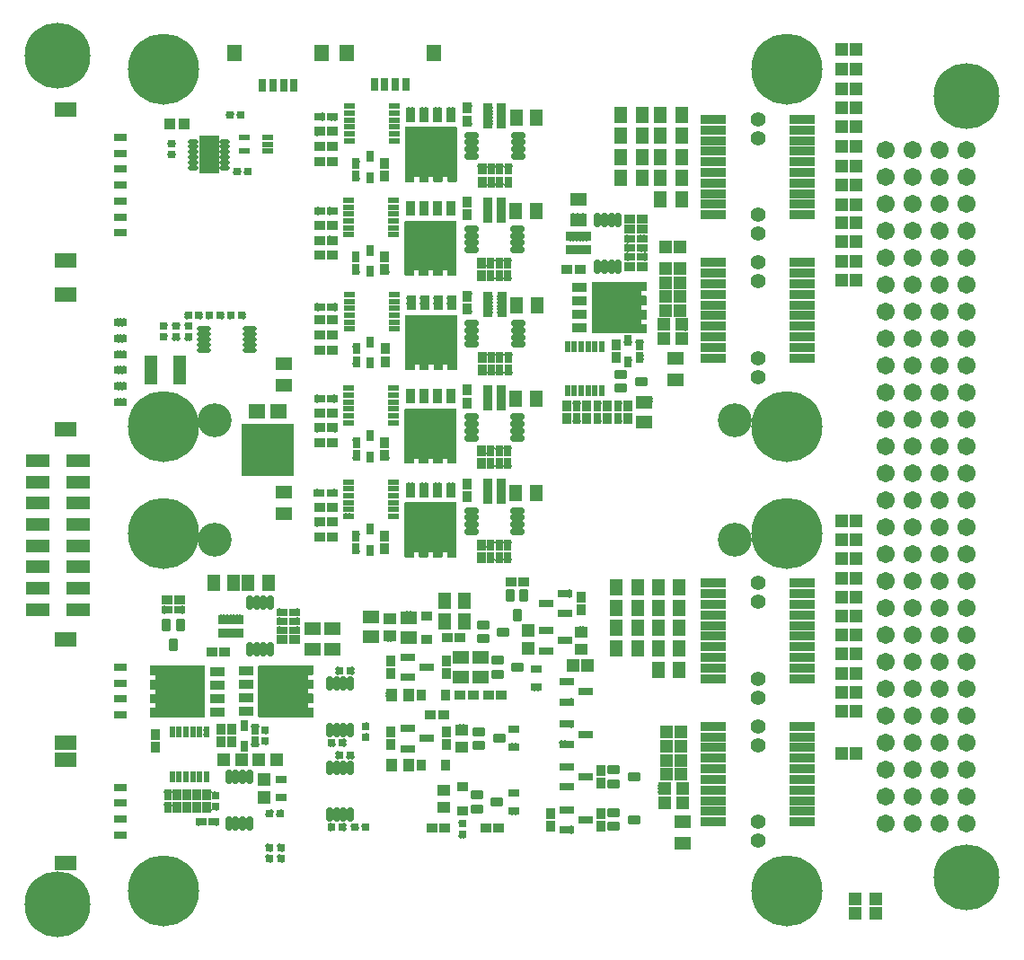
<source format=gbs>
G04 Layer_Color=16711935*
%FSLAX44Y44*%
%MOMM*%
G71*
G01*
G75*
%ADD205R,1.2532X0.8032*%
%ADD206R,2.0032X1.4532*%
%ADD207R,1.4632X1.5032*%
%ADD208R,0.7032X1.2032*%
%ADD210R,2.4632X0.8132*%
G04:AMPARAMS|DCode=222|XSize=0.5032mm|YSize=1.0032mm|CornerRadius=0.1766mm|HoleSize=0mm|Usage=FLASHONLY|Rotation=270.000|XOffset=0mm|YOffset=0mm|HoleType=Round|Shape=RoundedRectangle|*
%AMROUNDEDRECTD222*
21,1,0.5032,0.6500,0,0,270.0*
21,1,0.1500,1.0032,0,0,270.0*
1,1,0.3532,-0.3250,-0.0750*
1,1,0.3532,-0.3250,0.0750*
1,1,0.3532,0.3250,0.0750*
1,1,0.3532,0.3250,-0.0750*
%
%ADD222ROUNDEDRECTD222*%
%ADD229R,1.0032X1.1032*%
G04:AMPARAMS|DCode=231|XSize=0.9032mm|YSize=1.1032mm|CornerRadius=0.1366mm|HoleSize=0mm|Usage=FLASHONLY|Rotation=0.000|XOffset=0mm|YOffset=0mm|HoleType=Round|Shape=RoundedRectangle|*
%AMROUNDEDRECTD231*
21,1,0.9032,0.8300,0,0,0.0*
21,1,0.6300,1.1032,0,0,0.0*
1,1,0.2732,0.3150,-0.4150*
1,1,0.2732,-0.3150,-0.4150*
1,1,0.2732,-0.3150,0.4150*
1,1,0.2732,0.3150,0.4150*
%
%ADD231ROUNDEDRECTD231*%
%ADD232R,1.0032X0.9032*%
%ADD233R,0.8032X0.8032*%
%ADD234R,1.0032X0.8032*%
%ADD235R,1.1832X1.1832*%
%ADD236R,1.2032X1.5032*%
%ADD237R,0.8032X0.8032*%
%ADD238R,1.5032X1.2032*%
%ADD239R,1.1832X1.1832*%
G04:AMPARAMS|DCode=240|XSize=0.6132mm|YSize=1.3032mm|CornerRadius=0.2041mm|HoleSize=0mm|Usage=FLASHONLY|Rotation=90.000|XOffset=0mm|YOffset=0mm|HoleType=Round|Shape=RoundedRectangle|*
%AMROUNDEDRECTD240*
21,1,0.6132,0.8950,0,0,90.0*
21,1,0.2050,1.3032,0,0,90.0*
1,1,0.4082,0.4475,0.1025*
1,1,0.4082,0.4475,-0.1025*
1,1,0.4082,-0.4475,-0.1025*
1,1,0.4082,-0.4475,0.1025*
%
%ADD240ROUNDEDRECTD240*%
%ADD241R,1.2032X1.3032*%
%ADD242C,1.3932*%
%ADD243C,1.7032*%
%ADD244C,6.2032*%
%ADD245C,6.7032*%
%ADD246C,3.2032*%
%ADD247C,0.5032*%
%ADD248R,5.0032X4.9532*%
%ADD249R,1.6032X1.4732*%
%ADD250R,1.0032X0.6032*%
G04:AMPARAMS|DCode=251|XSize=0.9032mm|YSize=1.1032mm|CornerRadius=0.1366mm|HoleSize=0mm|Usage=FLASHONLY|Rotation=90.000|XOffset=0mm|YOffset=0mm|HoleType=Round|Shape=RoundedRectangle|*
%AMROUNDEDRECTD251*
21,1,0.9032,0.8300,0,0,90.0*
21,1,0.6300,1.1032,0,0,90.0*
1,1,0.2732,0.4150,0.3150*
1,1,0.2732,0.4150,-0.3150*
1,1,0.2732,-0.4150,-0.3150*
1,1,0.2732,-0.4150,0.3150*
%
%ADD251ROUNDEDRECTD251*%
%ADD252R,0.7032X1.0032*%
%ADD253R,0.8332X1.0332*%
%ADD254R,2.4032X0.9032*%
%ADD255R,1.6032X1.1532*%
G04:AMPARAMS|DCode=256|XSize=0.6132mm|YSize=1.3032mm|CornerRadius=0.2041mm|HoleSize=0mm|Usage=FLASHONLY|Rotation=180.000|XOffset=0mm|YOffset=0mm|HoleType=Round|Shape=RoundedRectangle|*
%AMROUNDEDRECTD256*
21,1,0.6132,0.8950,0,0,180.0*
21,1,0.2050,1.3032,0,0,180.0*
1,1,0.4082,-0.1025,0.4475*
1,1,0.4082,0.1025,0.4475*
1,1,0.4082,0.1025,-0.4475*
1,1,0.4082,-0.1025,-0.4475*
%
%ADD256ROUNDEDRECTD256*%
G04:AMPARAMS|DCode=257|XSize=0.5032mm|YSize=1.3032mm|CornerRadius=0.1766mm|HoleSize=0mm|Usage=FLASHONLY|Rotation=90.000|XOffset=0mm|YOffset=0mm|HoleType=Round|Shape=RoundedRectangle|*
%AMROUNDEDRECTD257*
21,1,0.5032,0.9500,0,0,90.0*
21,1,0.1500,1.3032,0,0,90.0*
1,1,0.3532,0.4750,0.0750*
1,1,0.3532,0.4750,-0.0750*
1,1,0.3532,-0.4750,-0.0750*
1,1,0.3532,-0.4750,0.0750*
%
%ADD257ROUNDEDRECTD257*%
%ADD258R,0.6232X1.0922*%
%ADD259R,1.4032X0.8532*%
%ADD260R,1.9532X3.5532*%
%ADD261R,1.0032X0.8032*%
%ADD262R,1.2532X1.6032*%
%ADD263R,1.2032X1.1032*%
%ADD264R,0.8032X1.0032*%
%ADD265R,2.2032X1.2032*%
%ADD266R,1.3032X2.8032*%
%ADD267R,0.8032X0.7032*%
%ADD268R,1.6032X1.2532*%
%ADD269R,0.9032X1.0032*%
%ADD270R,1.1032X1.2032*%
%ADD271R,0.7032X0.8032*%
%ADD272R,1.0332X0.8332*%
%ADD273R,1.4032X0.8032*%
%ADD274R,0.8532X1.4032*%
%ADD275R,1.3032X1.2032*%
%ADD276R,0.9032X2.4032*%
%ADD277R,1.0922X0.6232*%
G36*
X307133Y333010D02*
X307264Y332984D01*
X307390Y332941D01*
X307509Y332882D01*
X307620Y332808D01*
X307720Y332720D01*
X307808Y332620D01*
X307882Y332509D01*
X307941Y332390D01*
X307983Y332264D01*
X308009Y332133D01*
X308018Y332000D01*
Y287000D01*
Y282000D01*
X308009Y281867D01*
X307983Y281737D01*
X307941Y281611D01*
X307882Y281491D01*
X307808Y281380D01*
X307720Y281280D01*
X307620Y281192D01*
X307509Y281118D01*
X307390Y281059D01*
X307264Y281017D01*
X307133Y280991D01*
X307000Y280982D01*
X300000D01*
X299867Y280991D01*
X299736Y281017D01*
X299610Y281059D01*
X299491Y281118D01*
X299380Y281192D01*
X299280Y281280D01*
X299192Y281380D01*
X299118Y281491D01*
X299059Y281611D01*
X299016Y281737D01*
X298990Y281867D01*
X298982Y282000D01*
Y285982D01*
X294668D01*
Y282000D01*
X294659Y281867D01*
X294633Y281737D01*
X294591Y281611D01*
X294532Y281491D01*
X294458Y281380D01*
X294370Y281280D01*
X294270Y281192D01*
X294159Y281118D01*
X294040Y281059D01*
X293913Y281017D01*
X293783Y280991D01*
X293650Y280982D01*
X286650D01*
X286517Y280991D01*
X286386Y281017D01*
X286260Y281059D01*
X286141Y281118D01*
X286030Y281192D01*
X285930Y281280D01*
X285842Y281380D01*
X285768Y281491D01*
X285709Y281611D01*
X285667Y281737D01*
X285641Y281867D01*
X285632Y282000D01*
Y285982D01*
X281368D01*
Y282000D01*
X281359Y281867D01*
X281333Y281737D01*
X281291Y281611D01*
X281232Y281491D01*
X281158Y281380D01*
X281070Y281280D01*
X280970Y281192D01*
X280859Y281118D01*
X280740Y281059D01*
X280613Y281017D01*
X280483Y280991D01*
X280350Y280982D01*
X273350D01*
X273217Y280991D01*
X273086Y281017D01*
X272960Y281059D01*
X272841Y281118D01*
X272730Y281192D01*
X272630Y281280D01*
X272542Y281380D01*
X272468Y281491D01*
X272409Y281611D01*
X272367Y281737D01*
X272341Y281867D01*
X272332Y282000D01*
Y285982D01*
X268018D01*
Y282000D01*
X268009Y281867D01*
X267983Y281737D01*
X267941Y281611D01*
X267882Y281491D01*
X267808Y281380D01*
X267720Y281280D01*
X267620Y281192D01*
X267509Y281118D01*
X267390Y281059D01*
X267264Y281017D01*
X267133Y280991D01*
X267000Y280982D01*
X260000D01*
X259867Y280991D01*
X259736Y281017D01*
X259610Y281059D01*
X259491Y281118D01*
X259380Y281192D01*
X259280Y281280D01*
X259192Y281380D01*
X259118Y281491D01*
X259059Y281611D01*
X259016Y281737D01*
X258990Y281867D01*
X258982Y282000D01*
Y287000D01*
Y332000D01*
X258990Y332133D01*
X259016Y332264D01*
X259059Y332390D01*
X259118Y332509D01*
X259192Y332620D01*
X259280Y332720D01*
X259380Y332808D01*
X259491Y332882D01*
X259610Y332941D01*
X259736Y332984D01*
X259867Y333010D01*
X260000Y333018D01*
X307000D01*
X307133Y333010D01*
D02*
G37*
G36*
X306883Y244510D02*
X307013Y244484D01*
X307140Y244441D01*
X307259Y244382D01*
X307370Y244308D01*
X307470Y244220D01*
X307558Y244120D01*
X307632Y244009D01*
X307691Y243890D01*
X307733Y243764D01*
X307759Y243633D01*
X307768Y243500D01*
Y198500D01*
Y193500D01*
X307759Y193367D01*
X307733Y193237D01*
X307691Y193111D01*
X307632Y192991D01*
X307558Y192880D01*
X307470Y192780D01*
X307370Y192692D01*
X307259Y192618D01*
X307140Y192560D01*
X307013Y192517D01*
X306883Y192491D01*
X306750Y192482D01*
X299750D01*
X299617Y192491D01*
X299486Y192517D01*
X299360Y192560D01*
X299241Y192618D01*
X299130Y192692D01*
X299030Y192780D01*
X298942Y192880D01*
X298868Y192991D01*
X298809Y193111D01*
X298766Y193237D01*
X298741Y193367D01*
X298732Y193500D01*
Y197482D01*
X294418D01*
Y193500D01*
X294409Y193367D01*
X294383Y193237D01*
X294341Y193111D01*
X294282Y192991D01*
X294208Y192880D01*
X294120Y192780D01*
X294020Y192692D01*
X293909Y192618D01*
X293790Y192560D01*
X293664Y192517D01*
X293533Y192491D01*
X293400Y192482D01*
X286400D01*
X286267Y192491D01*
X286136Y192517D01*
X286010Y192560D01*
X285891Y192618D01*
X285780Y192692D01*
X285680Y192780D01*
X285592Y192880D01*
X285518Y192991D01*
X285459Y193111D01*
X285417Y193237D01*
X285390Y193367D01*
X285382Y193500D01*
Y197482D01*
X281118D01*
Y193500D01*
X281109Y193367D01*
X281083Y193237D01*
X281041Y193111D01*
X280982Y192991D01*
X280908Y192880D01*
X280820Y192780D01*
X280720Y192692D01*
X280609Y192618D01*
X280490Y192560D01*
X280364Y192517D01*
X280233Y192491D01*
X280100Y192482D01*
X273100D01*
X272967Y192491D01*
X272836Y192517D01*
X272710Y192560D01*
X272591Y192618D01*
X272480Y192692D01*
X272380Y192780D01*
X272292Y192880D01*
X272218Y192991D01*
X272159Y193111D01*
X272117Y193237D01*
X272090Y193367D01*
X272082Y193500D01*
Y197482D01*
X267768D01*
Y193500D01*
X267759Y193367D01*
X267733Y193237D01*
X267691Y193111D01*
X267632Y192991D01*
X267558Y192880D01*
X267470Y192780D01*
X267370Y192692D01*
X267259Y192618D01*
X267140Y192560D01*
X267013Y192517D01*
X266883Y192491D01*
X266750Y192482D01*
X259750D01*
X259617Y192491D01*
X259486Y192517D01*
X259360Y192560D01*
X259241Y192618D01*
X259130Y192692D01*
X259030Y192780D01*
X258942Y192880D01*
X258868Y192991D01*
X258809Y193111D01*
X258766Y193237D01*
X258741Y193367D01*
X258732Y193500D01*
Y198500D01*
Y243500D01*
X258741Y243633D01*
X258766Y243764D01*
X258809Y243890D01*
X258868Y244009D01*
X258942Y244120D01*
X259030Y244220D01*
X259130Y244308D01*
X259241Y244382D01*
X259360Y244441D01*
X259486Y244484D01*
X259617Y244510D01*
X259750Y244518D01*
X306750D01*
X306883Y244510D01*
D02*
G37*
G36*
X486133Y187009D02*
X486264Y186983D01*
X486390Y186941D01*
X486509Y186882D01*
X486620Y186808D01*
X486720Y186720D01*
X486808Y186620D01*
X486882Y186509D01*
X486941Y186390D01*
X486983Y186264D01*
X487009Y186133D01*
X487018Y186000D01*
Y179000D01*
X487009Y178867D01*
X486983Y178736D01*
X486941Y178610D01*
X486882Y178491D01*
X486808Y178380D01*
X486720Y178280D01*
X486620Y178192D01*
X486509Y178118D01*
X486390Y178059D01*
X486264Y178016D01*
X486133Y177990D01*
X486000Y177982D01*
X482018D01*
Y173668D01*
X486000D01*
X486133Y173659D01*
X486264Y173633D01*
X486390Y173591D01*
X486509Y173532D01*
X486620Y173458D01*
X486720Y173370D01*
X486808Y173270D01*
X486882Y173159D01*
X486941Y173040D01*
X486983Y172913D01*
X487009Y172783D01*
X487018Y172650D01*
Y165650D01*
X487009Y165517D01*
X486983Y165386D01*
X486941Y165260D01*
X486882Y165141D01*
X486808Y165030D01*
X486720Y164930D01*
X486620Y164842D01*
X486509Y164768D01*
X486390Y164709D01*
X486264Y164666D01*
X486133Y164641D01*
X486000Y164632D01*
X482018D01*
Y160368D01*
X486000D01*
X486133Y160359D01*
X486264Y160333D01*
X486390Y160291D01*
X486509Y160232D01*
X486620Y160158D01*
X486720Y160070D01*
X486808Y159970D01*
X486882Y159859D01*
X486941Y159740D01*
X486983Y159613D01*
X487009Y159483D01*
X487018Y159350D01*
Y152350D01*
X487009Y152217D01*
X486983Y152086D01*
X486941Y151960D01*
X486882Y151841D01*
X486808Y151730D01*
X486720Y151630D01*
X486620Y151542D01*
X486509Y151468D01*
X486390Y151409D01*
X486264Y151366D01*
X486133Y151341D01*
X486000Y151332D01*
X482018D01*
Y147018D01*
X486000D01*
X486133Y147009D01*
X486264Y146983D01*
X486390Y146941D01*
X486509Y146882D01*
X486620Y146808D01*
X486720Y146720D01*
X486808Y146620D01*
X486882Y146509D01*
X486941Y146390D01*
X486983Y146264D01*
X487009Y146133D01*
X487018Y146000D01*
Y139000D01*
X487009Y138867D01*
X486983Y138736D01*
X486941Y138610D01*
X486882Y138491D01*
X486808Y138380D01*
X486720Y138280D01*
X486620Y138192D01*
X486509Y138118D01*
X486390Y138059D01*
X486264Y138016D01*
X486133Y137991D01*
X486000Y137982D01*
X436000D01*
X435867Y137991D01*
X435736Y138016D01*
X435610Y138059D01*
X435491Y138118D01*
X435380Y138192D01*
X435280Y138280D01*
X435192Y138380D01*
X435118Y138491D01*
X435059Y138610D01*
X435017Y138736D01*
X434991Y138867D01*
X434982Y139000D01*
Y186000D01*
X434991Y186133D01*
X435017Y186264D01*
X435059Y186390D01*
X435118Y186509D01*
X435192Y186620D01*
X435280Y186720D01*
X435380Y186808D01*
X435491Y186882D01*
X435610Y186941D01*
X435736Y186983D01*
X435867Y187009D01*
X436000Y187018D01*
X486000D01*
X486133Y187009D01*
D02*
G37*
G36*
X307383Y155510D02*
X307514Y155484D01*
X307640Y155441D01*
X307759Y155382D01*
X307870Y155308D01*
X307970Y155220D01*
X308058Y155120D01*
X308132Y155009D01*
X308191Y154890D01*
X308233Y154764D01*
X308259Y154633D01*
X308268Y154500D01*
Y109500D01*
Y104500D01*
X308259Y104367D01*
X308233Y104237D01*
X308191Y104111D01*
X308132Y103991D01*
X308058Y103880D01*
X307970Y103780D01*
X307870Y103692D01*
X307759Y103618D01*
X307640Y103560D01*
X307514Y103517D01*
X307383Y103491D01*
X307250Y103482D01*
X300250D01*
X300117Y103491D01*
X299986Y103517D01*
X299860Y103560D01*
X299741Y103618D01*
X299630Y103692D01*
X299530Y103780D01*
X299442Y103880D01*
X299368Y103991D01*
X299309Y104111D01*
X299266Y104237D01*
X299240Y104367D01*
X299232Y104500D01*
Y108482D01*
X294918D01*
Y104500D01*
X294909Y104367D01*
X294883Y104237D01*
X294841Y104111D01*
X294782Y103991D01*
X294708Y103880D01*
X294620Y103780D01*
X294520Y103692D01*
X294409Y103618D01*
X294290Y103560D01*
X294163Y103517D01*
X294033Y103491D01*
X293900Y103482D01*
X286900D01*
X286767Y103491D01*
X286636Y103517D01*
X286510Y103560D01*
X286391Y103618D01*
X286280Y103692D01*
X286180Y103780D01*
X286092Y103880D01*
X286018Y103991D01*
X285959Y104111D01*
X285917Y104237D01*
X285891Y104367D01*
X285882Y104500D01*
Y108482D01*
X281618D01*
Y104500D01*
X281609Y104367D01*
X281583Y104237D01*
X281541Y104111D01*
X281482Y103991D01*
X281408Y103880D01*
X281320Y103780D01*
X281220Y103692D01*
X281109Y103618D01*
X280990Y103560D01*
X280863Y103517D01*
X280733Y103491D01*
X280600Y103482D01*
X273600D01*
X273467Y103491D01*
X273336Y103517D01*
X273210Y103560D01*
X273091Y103618D01*
X272980Y103692D01*
X272880Y103780D01*
X272792Y103880D01*
X272718Y103991D01*
X272659Y104111D01*
X272617Y104237D01*
X272591Y104367D01*
X272582Y104500D01*
Y108482D01*
X268268D01*
Y104500D01*
X268259Y104367D01*
X268233Y104237D01*
X268191Y104111D01*
X268132Y103991D01*
X268058Y103880D01*
X267970Y103780D01*
X267870Y103692D01*
X267759Y103618D01*
X267640Y103560D01*
X267514Y103517D01*
X267383Y103491D01*
X267250Y103482D01*
X260250D01*
X260117Y103491D01*
X259986Y103517D01*
X259860Y103560D01*
X259741Y103618D01*
X259630Y103692D01*
X259530Y103780D01*
X259442Y103880D01*
X259368Y103991D01*
X259309Y104111D01*
X259266Y104237D01*
X259240Y104367D01*
X259232Y104500D01*
Y109500D01*
Y154500D01*
X259240Y154633D01*
X259266Y154764D01*
X259309Y154890D01*
X259368Y155009D01*
X259442Y155120D01*
X259530Y155220D01*
X259630Y155308D01*
X259741Y155382D01*
X259860Y155441D01*
X259986Y155484D01*
X260117Y155510D01*
X260250Y155518D01*
X307250D01*
X307383Y155510D01*
D02*
G37*
G36*
X306883Y67260D02*
X307013Y67234D01*
X307140Y67191D01*
X307259Y67132D01*
X307370Y67058D01*
X307470Y66970D01*
X307558Y66870D01*
X307632Y66759D01*
X307691Y66640D01*
X307733Y66514D01*
X307759Y66383D01*
X307768Y66250D01*
Y21250D01*
Y16250D01*
X307759Y16117D01*
X307733Y15987D01*
X307691Y15861D01*
X307632Y15741D01*
X307558Y15630D01*
X307470Y15530D01*
X307370Y15442D01*
X307259Y15368D01*
X307140Y15309D01*
X307013Y15267D01*
X306883Y15241D01*
X306750Y15232D01*
X299750D01*
X299617Y15241D01*
X299486Y15267D01*
X299360Y15309D01*
X299241Y15368D01*
X299130Y15442D01*
X299030Y15530D01*
X298942Y15630D01*
X298868Y15741D01*
X298809Y15861D01*
X298766Y15987D01*
X298741Y16117D01*
X298732Y16250D01*
Y20232D01*
X294418D01*
Y16250D01*
X294409Y16117D01*
X294383Y15987D01*
X294341Y15861D01*
X294282Y15741D01*
X294208Y15630D01*
X294120Y15530D01*
X294020Y15442D01*
X293909Y15368D01*
X293790Y15309D01*
X293664Y15267D01*
X293533Y15241D01*
X293400Y15232D01*
X286400D01*
X286267Y15241D01*
X286136Y15267D01*
X286010Y15309D01*
X285891Y15368D01*
X285780Y15442D01*
X285680Y15530D01*
X285592Y15630D01*
X285518Y15741D01*
X285459Y15861D01*
X285417Y15987D01*
X285390Y16117D01*
X285382Y16250D01*
Y20232D01*
X281118D01*
Y16250D01*
X281109Y16117D01*
X281083Y15987D01*
X281041Y15861D01*
X280982Y15741D01*
X280908Y15630D01*
X280820Y15530D01*
X280720Y15442D01*
X280609Y15368D01*
X280490Y15309D01*
X280364Y15267D01*
X280233Y15241D01*
X280100Y15232D01*
X273100D01*
X272967Y15241D01*
X272836Y15267D01*
X272710Y15309D01*
X272591Y15368D01*
X272480Y15442D01*
X272380Y15530D01*
X272292Y15630D01*
X272218Y15741D01*
X272159Y15861D01*
X272117Y15987D01*
X272090Y16117D01*
X272082Y16250D01*
Y20232D01*
X267768D01*
Y16250D01*
X267759Y16117D01*
X267733Y15987D01*
X267691Y15861D01*
X267632Y15741D01*
X267558Y15630D01*
X267470Y15530D01*
X267370Y15442D01*
X267259Y15368D01*
X267140Y15309D01*
X267013Y15267D01*
X266883Y15241D01*
X266750Y15232D01*
X259750D01*
X259617Y15241D01*
X259486Y15267D01*
X259360Y15309D01*
X259241Y15368D01*
X259130Y15442D01*
X259030Y15530D01*
X258942Y15630D01*
X258868Y15741D01*
X258809Y15861D01*
X258766Y15987D01*
X258741Y16117D01*
X258732Y16250D01*
Y21250D01*
Y66250D01*
X258741Y66383D01*
X258766Y66514D01*
X258809Y66640D01*
X258868Y66759D01*
X258942Y66870D01*
X259030Y66970D01*
X259130Y67058D01*
X259241Y67132D01*
X259360Y67191D01*
X259486Y67234D01*
X259617Y67260D01*
X259750Y67268D01*
X306750D01*
X306883Y67260D01*
D02*
G37*
G36*
Y-20990D02*
X307013Y-21016D01*
X307140Y-21059D01*
X307259Y-21118D01*
X307370Y-21192D01*
X307470Y-21280D01*
X307558Y-21380D01*
X307632Y-21491D01*
X307691Y-21610D01*
X307733Y-21736D01*
X307759Y-21867D01*
X307768Y-22000D01*
Y-67000D01*
Y-72000D01*
X307759Y-72133D01*
X307733Y-72263D01*
X307691Y-72389D01*
X307632Y-72509D01*
X307558Y-72620D01*
X307470Y-72720D01*
X307370Y-72808D01*
X307259Y-72882D01*
X307140Y-72941D01*
X307013Y-72983D01*
X306883Y-73009D01*
X306750Y-73018D01*
X299750D01*
X299617Y-73009D01*
X299486Y-72983D01*
X299360Y-72941D01*
X299241Y-72882D01*
X299130Y-72808D01*
X299030Y-72720D01*
X298942Y-72620D01*
X298868Y-72509D01*
X298809Y-72389D01*
X298766Y-72263D01*
X298741Y-72133D01*
X298732Y-72000D01*
Y-68018D01*
X294418D01*
Y-72000D01*
X294409Y-72133D01*
X294383Y-72263D01*
X294341Y-72389D01*
X294282Y-72509D01*
X294208Y-72620D01*
X294120Y-72720D01*
X294020Y-72808D01*
X293909Y-72882D01*
X293790Y-72941D01*
X293664Y-72983D01*
X293533Y-73009D01*
X293400Y-73018D01*
X286400D01*
X286267Y-73009D01*
X286136Y-72983D01*
X286010Y-72941D01*
X285891Y-72882D01*
X285780Y-72808D01*
X285680Y-72720D01*
X285592Y-72620D01*
X285518Y-72509D01*
X285459Y-72389D01*
X285417Y-72263D01*
X285390Y-72133D01*
X285382Y-72000D01*
Y-68018D01*
X281118D01*
Y-72000D01*
X281109Y-72133D01*
X281083Y-72263D01*
X281041Y-72389D01*
X280982Y-72509D01*
X280908Y-72620D01*
X280820Y-72720D01*
X280720Y-72808D01*
X280609Y-72882D01*
X280490Y-72941D01*
X280364Y-72983D01*
X280233Y-73009D01*
X280100Y-73018D01*
X273100D01*
X272967Y-73009D01*
X272836Y-72983D01*
X272710Y-72941D01*
X272591Y-72882D01*
X272480Y-72808D01*
X272380Y-72720D01*
X272292Y-72620D01*
X272218Y-72509D01*
X272159Y-72389D01*
X272117Y-72263D01*
X272090Y-72133D01*
X272082Y-72000D01*
Y-68018D01*
X267768D01*
Y-72000D01*
X267759Y-72133D01*
X267733Y-72263D01*
X267691Y-72389D01*
X267632Y-72509D01*
X267558Y-72620D01*
X267470Y-72720D01*
X267370Y-72808D01*
X267259Y-72882D01*
X267140Y-72941D01*
X267013Y-72983D01*
X266883Y-73009D01*
X266750Y-73018D01*
X259750D01*
X259617Y-73009D01*
X259486Y-72983D01*
X259360Y-72941D01*
X259241Y-72882D01*
X259130Y-72808D01*
X259030Y-72720D01*
X258942Y-72620D01*
X258868Y-72509D01*
X258809Y-72389D01*
X258766Y-72263D01*
X258741Y-72133D01*
X258732Y-72000D01*
Y-67000D01*
Y-22000D01*
X258741Y-21867D01*
X258766Y-21736D01*
X258809Y-21610D01*
X258868Y-21491D01*
X258942Y-21380D01*
X259030Y-21280D01*
X259130Y-21192D01*
X259241Y-21118D01*
X259360Y-21059D01*
X259486Y-21016D01*
X259617Y-20990D01*
X259750Y-20982D01*
X306750D01*
X306883Y-20990D01*
D02*
G37*
G36*
X171883Y-174741D02*
X172013Y-174767D01*
X172140Y-174809D01*
X172259Y-174868D01*
X172370Y-174942D01*
X172470Y-175030D01*
X172558Y-175130D01*
X172632Y-175241D01*
X172691Y-175360D01*
X172733Y-175487D01*
X172759Y-175617D01*
X172768Y-175750D01*
Y-182750D01*
X172759Y-182883D01*
X172733Y-183014D01*
X172691Y-183140D01*
X172632Y-183259D01*
X172558Y-183370D01*
X172470Y-183470D01*
X172370Y-183558D01*
X172259Y-183632D01*
X172140Y-183691D01*
X172013Y-183734D01*
X171883Y-183759D01*
X171750Y-183768D01*
X167768D01*
Y-188082D01*
X171750D01*
X171883Y-188091D01*
X172013Y-188116D01*
X172140Y-188159D01*
X172259Y-188218D01*
X172370Y-188292D01*
X172470Y-188380D01*
X172558Y-188480D01*
X172632Y-188591D01*
X172691Y-188710D01*
X172733Y-188836D01*
X172759Y-188967D01*
X172768Y-189100D01*
Y-196100D01*
X172759Y-196233D01*
X172733Y-196364D01*
X172691Y-196490D01*
X172632Y-196609D01*
X172558Y-196720D01*
X172470Y-196820D01*
X172370Y-196908D01*
X172259Y-196982D01*
X172140Y-197041D01*
X172013Y-197083D01*
X171883Y-197110D01*
X171750Y-197118D01*
X167768D01*
Y-201382D01*
X171750D01*
X171883Y-201391D01*
X172013Y-201416D01*
X172140Y-201459D01*
X172259Y-201518D01*
X172370Y-201592D01*
X172470Y-201680D01*
X172558Y-201780D01*
X172632Y-201891D01*
X172691Y-202010D01*
X172733Y-202136D01*
X172759Y-202267D01*
X172768Y-202400D01*
Y-209400D01*
X172759Y-209533D01*
X172733Y-209664D01*
X172691Y-209790D01*
X172632Y-209909D01*
X172558Y-210020D01*
X172470Y-210120D01*
X172370Y-210208D01*
X172259Y-210282D01*
X172140Y-210341D01*
X172013Y-210383D01*
X171883Y-210410D01*
X171750Y-210418D01*
X167768D01*
Y-214732D01*
X171750D01*
X171883Y-214741D01*
X172013Y-214767D01*
X172140Y-214809D01*
X172259Y-214868D01*
X172370Y-214942D01*
X172470Y-215030D01*
X172558Y-215130D01*
X172632Y-215241D01*
X172691Y-215360D01*
X172733Y-215487D01*
X172759Y-215617D01*
X172768Y-215750D01*
Y-222750D01*
X172759Y-222883D01*
X172733Y-223013D01*
X172691Y-223140D01*
X172632Y-223259D01*
X172558Y-223370D01*
X172470Y-223470D01*
X172370Y-223558D01*
X172259Y-223632D01*
X172140Y-223691D01*
X172013Y-223734D01*
X171883Y-223759D01*
X171750Y-223768D01*
X121750D01*
X121617Y-223759D01*
X121486Y-223734D01*
X121360Y-223691D01*
X121241Y-223632D01*
X121130Y-223558D01*
X121030Y-223470D01*
X120942Y-223370D01*
X120868Y-223259D01*
X120809Y-223140D01*
X120766Y-223013D01*
X120740Y-222883D01*
X120732Y-222750D01*
Y-175750D01*
X120740Y-175617D01*
X120766Y-175487D01*
X120809Y-175360D01*
X120868Y-175241D01*
X120942Y-175130D01*
X121030Y-175030D01*
X121130Y-174942D01*
X121241Y-174868D01*
X121360Y-174809D01*
X121486Y-174767D01*
X121617Y-174741D01*
X121750Y-174732D01*
X171750D01*
X171883Y-174741D01*
D02*
G37*
G36*
X69633Y-174991D02*
X69763Y-175016D01*
X69890Y-175059D01*
X70009Y-175118D01*
X70120Y-175192D01*
X70220Y-175280D01*
X70308Y-175380D01*
X70382Y-175491D01*
X70441Y-175610D01*
X70483Y-175737D01*
X70509Y-175867D01*
X70518Y-176000D01*
Y-223000D01*
X70509Y-223133D01*
X70483Y-223263D01*
X70441Y-223390D01*
X70382Y-223509D01*
X70308Y-223620D01*
X70220Y-223720D01*
X70120Y-223808D01*
X70009Y-223882D01*
X69890Y-223941D01*
X69763Y-223983D01*
X69633Y-224009D01*
X69500Y-224018D01*
X19500D01*
X19367Y-224009D01*
X19236Y-223983D01*
X19110Y-223941D01*
X18991Y-223882D01*
X18880Y-223808D01*
X18780Y-223720D01*
X18692Y-223620D01*
X18618Y-223509D01*
X18559Y-223390D01*
X18516Y-223263D01*
X18491Y-223133D01*
X18482Y-223000D01*
Y-216000D01*
X18491Y-215867D01*
X18516Y-215737D01*
X18559Y-215610D01*
X18618Y-215491D01*
X18692Y-215380D01*
X18780Y-215280D01*
X18880Y-215192D01*
X18991Y-215118D01*
X19110Y-215059D01*
X19236Y-215016D01*
X19367Y-214991D01*
X19500Y-214982D01*
X23482D01*
Y-210668D01*
X19500D01*
X19367Y-210660D01*
X19236Y-210634D01*
X19110Y-210591D01*
X18991Y-210532D01*
X18880Y-210458D01*
X18780Y-210370D01*
X18692Y-210270D01*
X18618Y-210159D01*
X18559Y-210040D01*
X18516Y-209914D01*
X18491Y-209783D01*
X18482Y-209650D01*
Y-202650D01*
X18491Y-202517D01*
X18516Y-202386D01*
X18559Y-202260D01*
X18618Y-202141D01*
X18692Y-202030D01*
X18780Y-201930D01*
X18880Y-201842D01*
X18991Y-201768D01*
X19110Y-201709D01*
X19236Y-201667D01*
X19367Y-201640D01*
X19500Y-201632D01*
X23482D01*
Y-197368D01*
X19500D01*
X19367Y-197360D01*
X19236Y-197334D01*
X19110Y-197291D01*
X18991Y-197232D01*
X18880Y-197158D01*
X18780Y-197070D01*
X18692Y-196970D01*
X18618Y-196859D01*
X18559Y-196740D01*
X18516Y-196614D01*
X18491Y-196483D01*
X18482Y-196350D01*
Y-189350D01*
X18491Y-189217D01*
X18516Y-189086D01*
X18559Y-188960D01*
X18618Y-188841D01*
X18692Y-188730D01*
X18780Y-188630D01*
X18880Y-188542D01*
X18991Y-188468D01*
X19110Y-188409D01*
X19236Y-188367D01*
X19367Y-188340D01*
X19500Y-188332D01*
X23482D01*
Y-184018D01*
X19500D01*
X19367Y-184009D01*
X19236Y-183983D01*
X19110Y-183941D01*
X18991Y-183882D01*
X18880Y-183808D01*
X18780Y-183720D01*
X18692Y-183620D01*
X18618Y-183509D01*
X18559Y-183390D01*
X18516Y-183263D01*
X18491Y-183133D01*
X18482Y-183000D01*
Y-176000D01*
X18491Y-175867D01*
X18516Y-175737D01*
X18559Y-175610D01*
X18618Y-175491D01*
X18692Y-175380D01*
X18780Y-175280D01*
X18880Y-175192D01*
X18991Y-175118D01*
X19110Y-175059D01*
X19236Y-175016D01*
X19367Y-174991D01*
X19500Y-174982D01*
X69500D01*
X69633Y-174991D01*
D02*
G37*
D205*
X-9000Y323000D02*
D03*
Y308000D02*
D03*
Y293000D02*
D03*
Y278000D02*
D03*
Y263000D02*
D03*
Y248000D02*
D03*
Y233000D02*
D03*
Y-176500D02*
D03*
Y-191500D02*
D03*
Y-206500D02*
D03*
Y-221500D02*
D03*
Y148500D02*
D03*
Y133500D02*
D03*
Y118500D02*
D03*
Y103500D02*
D03*
Y88500D02*
D03*
Y73500D02*
D03*
Y-289750D02*
D03*
Y-304750D02*
D03*
Y-319750D02*
D03*
Y-334750D02*
D03*
D206*
X-61000Y349000D02*
D03*
Y207000D02*
D03*
Y-150500D02*
D03*
Y-247500D02*
D03*
Y174500D02*
D03*
Y47500D02*
D03*
Y-263750D02*
D03*
Y-360750D02*
D03*
D207*
X180500Y402400D02*
D03*
X98500D02*
D03*
X286000Y402900D02*
D03*
X204000D02*
D03*
D208*
X154500Y372500D02*
D03*
X124500D02*
D03*
X134500D02*
D03*
X144500D02*
D03*
X260000Y373000D02*
D03*
X230000D02*
D03*
X240000D02*
D03*
X250000D02*
D03*
D210*
X633550Y-187300D02*
D03*
Y-177300D02*
D03*
Y-167300D02*
D03*
Y-157300D02*
D03*
Y-147300D02*
D03*
Y-137300D02*
D03*
Y-127300D02*
D03*
Y-117300D02*
D03*
Y-107300D02*
D03*
Y-97300D02*
D03*
X549750D02*
D03*
Y-107300D02*
D03*
Y-117300D02*
D03*
Y-127300D02*
D03*
Y-137300D02*
D03*
Y-147300D02*
D03*
Y-157300D02*
D03*
Y-167300D02*
D03*
Y-177300D02*
D03*
Y-187300D02*
D03*
Y250000D02*
D03*
Y260000D02*
D03*
Y270000D02*
D03*
Y280000D02*
D03*
Y290000D02*
D03*
Y300000D02*
D03*
Y310000D02*
D03*
Y320000D02*
D03*
Y330000D02*
D03*
Y340000D02*
D03*
X633550D02*
D03*
Y330000D02*
D03*
Y320000D02*
D03*
Y310000D02*
D03*
Y300000D02*
D03*
Y290000D02*
D03*
Y280000D02*
D03*
Y270000D02*
D03*
Y260000D02*
D03*
Y250000D02*
D03*
X549750Y115000D02*
D03*
Y125000D02*
D03*
Y135000D02*
D03*
Y145000D02*
D03*
Y155000D02*
D03*
Y165000D02*
D03*
Y175000D02*
D03*
Y185000D02*
D03*
Y195000D02*
D03*
Y205000D02*
D03*
X633550D02*
D03*
Y195000D02*
D03*
Y185000D02*
D03*
Y175000D02*
D03*
Y165000D02*
D03*
Y155000D02*
D03*
Y145000D02*
D03*
Y135000D02*
D03*
Y125000D02*
D03*
Y115000D02*
D03*
X549750Y-322300D02*
D03*
Y-312300D02*
D03*
Y-302300D02*
D03*
Y-292300D02*
D03*
Y-282300D02*
D03*
Y-272300D02*
D03*
Y-262300D02*
D03*
Y-252300D02*
D03*
Y-242300D02*
D03*
Y-232300D02*
D03*
X633550D02*
D03*
Y-242300D02*
D03*
Y-252300D02*
D03*
Y-262300D02*
D03*
Y-272300D02*
D03*
Y-282300D02*
D03*
Y-292300D02*
D03*
Y-302300D02*
D03*
Y-312300D02*
D03*
Y-322300D02*
D03*
D222*
X59354Y314146D02*
D03*
Y319146D02*
D03*
Y304146D02*
D03*
Y309146D02*
D03*
Y299146D02*
D03*
Y294146D02*
D03*
X89354D02*
D03*
Y299146D02*
D03*
Y304146D02*
D03*
Y309146D02*
D03*
Y314146D02*
D03*
Y319146D02*
D03*
D229*
X37104Y335396D02*
D03*
X51104D02*
D03*
D231*
X364750Y-127500D02*
D03*
X371250Y-108500D02*
D03*
X358250D02*
D03*
X40750Y-155500D02*
D03*
X47250Y-136500D02*
D03*
X34250D02*
D03*
D232*
X471000Y236250D02*
D03*
X483000D02*
D03*
X143250Y-150500D02*
D03*
X155250D02*
D03*
X295306Y-221742D02*
D03*
X283306D02*
D03*
X284830Y-328422D02*
D03*
X296830D02*
D03*
X335376Y-327914D02*
D03*
X347376D02*
D03*
X311250Y-202500D02*
D03*
X323250D02*
D03*
X349750Y-202500D02*
D03*
X337750D02*
D03*
X358750Y-96298D02*
D03*
X370750D02*
D03*
X311250Y-148250D02*
D03*
X299250D02*
D03*
X190528Y122428D02*
D03*
X178528D02*
D03*
X190390Y35088D02*
D03*
X178390D02*
D03*
X190658Y211836D02*
D03*
X178658D02*
D03*
X190506Y-53558D02*
D03*
X178506D02*
D03*
X190610Y300522D02*
D03*
X178610D02*
D03*
X190528Y136968D02*
D03*
X178528D02*
D03*
X190390Y49092D02*
D03*
X178390D02*
D03*
X190694Y225876D02*
D03*
X178694D02*
D03*
X190506Y-39554D02*
D03*
X178506D02*
D03*
X190570Y314659D02*
D03*
X178570D02*
D03*
X178528Y151008D02*
D03*
X190528D02*
D03*
X190390Y63132D02*
D03*
X178390D02*
D03*
X178694Y239916D02*
D03*
X190694D02*
D03*
X190506Y-25514D02*
D03*
X178506D02*
D03*
X178570Y328795D02*
D03*
X190570D02*
D03*
X76750Y-162500D02*
D03*
X88750D02*
D03*
X46750Y-113358D02*
D03*
X34750D02*
D03*
X483000Y201250D02*
D03*
X471000D02*
D03*
X412000Y198500D02*
D03*
X424000D02*
D03*
X483000Y245750D02*
D03*
X471000D02*
D03*
D233*
X313000Y-324250D02*
D03*
Y-334250D02*
D03*
X142000Y-356750D02*
D03*
Y-346750D02*
D03*
X131000D02*
D03*
Y-356750D02*
D03*
X39064Y316646D02*
D03*
Y306646D02*
D03*
X54750Y144750D02*
D03*
Y134750D02*
D03*
X43250Y144750D02*
D03*
Y134750D02*
D03*
X31750Y144750D02*
D03*
Y134750D02*
D03*
D234*
X142000Y-299250D02*
D03*
Y-282250D02*
D03*
X143250Y-141500D02*
D03*
X155250D02*
D03*
X155250Y-133000D02*
D03*
X143250D02*
D03*
X155250Y-124500D02*
D03*
X143250D02*
D03*
X78898Y-322580D02*
D03*
X66898D02*
D03*
X190788Y163112D02*
D03*
X178788D02*
D03*
X190390Y76490D02*
D03*
X178390D02*
D03*
X190694Y253456D02*
D03*
X178694D02*
D03*
X190302Y-11902D02*
D03*
X178302D02*
D03*
X190492Y342432D02*
D03*
X178492D02*
D03*
X34750Y-122358D02*
D03*
X46750D02*
D03*
X483000Y210250D02*
D03*
X471000D02*
D03*
X471000Y218750D02*
D03*
X483000D02*
D03*
X471000Y227250D02*
D03*
X483000D02*
D03*
D235*
X702750Y-394950D02*
D03*
Y-408550D02*
D03*
X683000Y-394950D02*
D03*
Y-408550D02*
D03*
D236*
X519750Y264250D02*
D03*
X499750D02*
D03*
X519750Y285000D02*
D03*
X499750D02*
D03*
X519750Y304667D02*
D03*
X499750D02*
D03*
X519750Y324333D02*
D03*
X499750D02*
D03*
X519750Y344000D02*
D03*
X499750D02*
D03*
X517750Y-178750D02*
D03*
X497750D02*
D03*
X517750Y-158750D02*
D03*
X497750D02*
D03*
X517750Y-139583D02*
D03*
X497750D02*
D03*
X517750Y-120417D02*
D03*
X497750D02*
D03*
X517750Y-101250D02*
D03*
X497750D02*
D03*
X482500Y285000D02*
D03*
X462500D02*
D03*
X482500Y304667D02*
D03*
X462500D02*
D03*
X482500Y324333D02*
D03*
X462500D02*
D03*
X482500Y344000D02*
D03*
X462500D02*
D03*
X478500Y-158750D02*
D03*
X458500D02*
D03*
X478500Y-139583D02*
D03*
X458500D02*
D03*
X478500Y-120417D02*
D03*
X458500D02*
D03*
X478500Y-101250D02*
D03*
X458500D02*
D03*
D237*
X100854Y291186D02*
D03*
X110854D02*
D03*
X190000Y-247500D02*
D03*
X200000D02*
D03*
X200000Y-327250D02*
D03*
X190000D02*
D03*
X197500Y-180000D02*
D03*
X207500D02*
D03*
X207500Y-259750D02*
D03*
X197500D02*
D03*
X75000Y155000D02*
D03*
X85000D02*
D03*
X95250D02*
D03*
X105250D02*
D03*
X54750D02*
D03*
X64750D02*
D03*
D238*
X145250Y89226D02*
D03*
Y109226D02*
D03*
Y-31500D02*
D03*
Y-11500D02*
D03*
X514250Y94500D02*
D03*
Y114500D02*
D03*
X520500Y-342250D02*
D03*
Y-322250D02*
D03*
D239*
X430800Y-174500D02*
D03*
X417200D02*
D03*
X518300Y220000D02*
D03*
X504700D02*
D03*
X684050Y206250D02*
D03*
X670450D02*
D03*
X684050Y188000D02*
D03*
X670450D02*
D03*
X684050Y259750D02*
D03*
X670450D02*
D03*
Y-56450D02*
D03*
X684050D02*
D03*
Y-182100D02*
D03*
X670450D02*
D03*
X684050Y-200050D02*
D03*
X670450D02*
D03*
Y332750D02*
D03*
X684050D02*
D03*
X670450Y405750D02*
D03*
X684050D02*
D03*
X670450Y387500D02*
D03*
X684050D02*
D03*
X670450Y314500D02*
D03*
X684050D02*
D03*
X670450Y224500D02*
D03*
X684050D02*
D03*
X670450Y278000D02*
D03*
X684050D02*
D03*
Y242750D02*
D03*
X670450D02*
D03*
X684050Y369000D02*
D03*
X670450D02*
D03*
X684050Y351000D02*
D03*
X670450D02*
D03*
X684050Y296250D02*
D03*
X670450D02*
D03*
X684050Y-218000D02*
D03*
X670450D02*
D03*
Y-128250D02*
D03*
X684050D02*
D03*
X670450Y-146200D02*
D03*
X684050D02*
D03*
X670450Y-164150D02*
D03*
X684050D02*
D03*
X670450Y-38500D02*
D03*
X684050D02*
D03*
Y-74400D02*
D03*
X670450D02*
D03*
X684050Y-92350D02*
D03*
X670450D02*
D03*
X684050Y-110300D02*
D03*
X670450D02*
D03*
Y-257500D02*
D03*
X684050D02*
D03*
X504700Y199378D02*
D03*
X518300D02*
D03*
X505200Y-237872D02*
D03*
X518800D02*
D03*
X504700Y186169D02*
D03*
X518300D02*
D03*
X505200Y-251081D02*
D03*
X518800D02*
D03*
X504700Y172959D02*
D03*
X518300D02*
D03*
X505200Y-264291D02*
D03*
X518800D02*
D03*
X504700Y159750D02*
D03*
X518300D02*
D03*
X505200Y-277500D02*
D03*
X518800D02*
D03*
D240*
X321938Y128011D02*
D03*
Y134511D02*
D03*
Y141011D02*
D03*
Y147511D02*
D03*
X365938Y128011D02*
D03*
Y134511D02*
D03*
Y141011D02*
D03*
Y147511D02*
D03*
X321438Y39761D02*
D03*
Y46261D02*
D03*
Y52761D02*
D03*
Y59261D02*
D03*
X365438Y39761D02*
D03*
Y46261D02*
D03*
Y52761D02*
D03*
Y59261D02*
D03*
X321438Y217011D02*
D03*
Y223511D02*
D03*
Y230011D02*
D03*
Y236511D02*
D03*
X365438Y217011D02*
D03*
Y223511D02*
D03*
Y230011D02*
D03*
Y236511D02*
D03*
X321438Y-48489D02*
D03*
Y-41989D02*
D03*
Y-35489D02*
D03*
Y-28989D02*
D03*
X365438Y-48489D02*
D03*
Y-41989D02*
D03*
Y-35489D02*
D03*
Y-28989D02*
D03*
X321688Y305511D02*
D03*
Y312011D02*
D03*
Y318511D02*
D03*
Y325011D02*
D03*
X365688Y305511D02*
D03*
Y312011D02*
D03*
Y318511D02*
D03*
Y325011D02*
D03*
D241*
X121501Y-264000D02*
D03*
X138501D02*
D03*
X502999Y146500D02*
D03*
X519999D02*
D03*
X503498Y-291250D02*
D03*
X520499D02*
D03*
X502999Y133250D02*
D03*
X519999D02*
D03*
X503499Y-304500D02*
D03*
X520499D02*
D03*
X88001Y-264000D02*
D03*
X105001D02*
D03*
D242*
X591650Y-115000D02*
D03*
Y-205000D02*
D03*
Y-97300D02*
D03*
Y-187300D02*
D03*
Y250000D02*
D03*
Y340000D02*
D03*
Y-250000D02*
D03*
Y-340000D02*
D03*
Y115000D02*
D03*
Y205000D02*
D03*
Y-322300D02*
D03*
Y-232300D02*
D03*
Y187300D02*
D03*
Y97300D02*
D03*
Y322300D02*
D03*
Y232300D02*
D03*
D243*
X712454Y311196D02*
D03*
X737854D02*
D03*
X712454Y285796D02*
D03*
X737854D02*
D03*
X712454Y260396D02*
D03*
X737854D02*
D03*
X712454Y234996D02*
D03*
X737854D02*
D03*
X712454Y209596D02*
D03*
X737854D02*
D03*
X712454Y184196D02*
D03*
X737854D02*
D03*
X712454Y158796D02*
D03*
X737854D02*
D03*
X712454Y133396D02*
D03*
X737854D02*
D03*
X712454Y107996D02*
D03*
X737854D02*
D03*
X712454Y82596D02*
D03*
X737854D02*
D03*
X712454Y57196D02*
D03*
X737854D02*
D03*
X712454Y31796D02*
D03*
X737854D02*
D03*
X712454Y6396D02*
D03*
X737854D02*
D03*
X712454Y-19004D02*
D03*
X737854D02*
D03*
X712454Y-44404D02*
D03*
X737854D02*
D03*
X712454Y-69804D02*
D03*
X737854D02*
D03*
X712454Y-95204D02*
D03*
X737854D02*
D03*
X712454Y-120604D02*
D03*
X737854D02*
D03*
X712454Y-146004D02*
D03*
X737854D02*
D03*
X712454Y-171404D02*
D03*
X737854D02*
D03*
X712454Y-196804D02*
D03*
X737854D02*
D03*
X712454Y-222204D02*
D03*
X737854D02*
D03*
X712454Y-247604D02*
D03*
X737854D02*
D03*
X712454Y-273004D02*
D03*
X737854D02*
D03*
X712454Y-298404D02*
D03*
X737854D02*
D03*
X712454Y-323804D02*
D03*
X737854D02*
D03*
X788654D02*
D03*
X763254D02*
D03*
X788654Y-298404D02*
D03*
X763254D02*
D03*
X788654Y-273004D02*
D03*
X763254D02*
D03*
X788654Y-247604D02*
D03*
X763254D02*
D03*
X788654Y-222204D02*
D03*
X763254D02*
D03*
X788654Y-196804D02*
D03*
X763254D02*
D03*
X788654Y-171404D02*
D03*
X763254D02*
D03*
X788654Y-146004D02*
D03*
X763254D02*
D03*
X788654Y-120604D02*
D03*
X763254D02*
D03*
X788654Y-95204D02*
D03*
X763254D02*
D03*
X788654Y-69804D02*
D03*
X763254D02*
D03*
X788654Y-44404D02*
D03*
X763254D02*
D03*
X788654Y-19004D02*
D03*
X763254D02*
D03*
X788654Y6396D02*
D03*
X763254D02*
D03*
X788654Y31796D02*
D03*
X763254D02*
D03*
X788654Y57196D02*
D03*
X763254D02*
D03*
X788654Y82596D02*
D03*
X763254D02*
D03*
X788654Y107996D02*
D03*
X763254D02*
D03*
X788654Y133396D02*
D03*
X763254D02*
D03*
X788654Y158796D02*
D03*
X763254D02*
D03*
X788654Y184196D02*
D03*
X763254D02*
D03*
X788654Y209596D02*
D03*
X763254D02*
D03*
X788654Y234996D02*
D03*
X763254D02*
D03*
X788654Y260396D02*
D03*
X763254D02*
D03*
X788654Y285796D02*
D03*
X763254D02*
D03*
X788654Y311196D02*
D03*
X763254D02*
D03*
D244*
X-68650Y-400000D02*
D03*
Y400100D02*
D03*
X788650Y-374600D02*
D03*
Y362000D02*
D03*
D245*
X31350Y-387300D02*
D03*
Y-50000D02*
D03*
Y50000D02*
D03*
Y387300D02*
D03*
X618650Y-387300D02*
D03*
Y-50000D02*
D03*
Y50000D02*
D03*
Y387300D02*
D03*
D246*
X80000Y-56650D02*
D03*
Y56650D02*
D03*
X570000Y-56650D02*
D03*
Y56650D02*
D03*
D247*
X318938Y46261D02*
D03*
Y52761D02*
D03*
X298750Y44250D02*
D03*
X291688D02*
D03*
X227076Y214376D02*
D03*
X501250Y149872D02*
D03*
Y146812D02*
D03*
X473500Y154438D02*
D03*
X466125Y177875D02*
D03*
Y162250D02*
D03*
X473250Y177875D02*
D03*
X444750Y85425D02*
D03*
X459750Y113000D02*
D03*
X456500D02*
D03*
X107354Y309896D02*
D03*
X110354D02*
D03*
X128000Y316500D02*
D03*
X105396Y345361D02*
D03*
X102646Y343854D02*
D03*
X642550Y143450D02*
D03*
X636550D02*
D03*
X639550D02*
D03*
X633550Y146450D02*
D03*
X636550D02*
D03*
X639550D02*
D03*
X630550D02*
D03*
X633550Y143450D02*
D03*
X630550D02*
D03*
X624550Y146450D02*
D03*
X624550Y143450D02*
D03*
X627550D02*
D03*
X627550Y146450D02*
D03*
X642550Y133450D02*
D03*
X633550D02*
D03*
X636550D02*
D03*
X639550D02*
D03*
X639550Y136450D02*
D03*
X633550D02*
D03*
X636550D02*
D03*
X630550D02*
D03*
X630550Y133450D02*
D03*
X624550D02*
D03*
X627550D02*
D03*
X624550Y136450D02*
D03*
X627550D02*
D03*
X514247Y117950D02*
D03*
X510872D02*
D03*
X558750Y156450D02*
D03*
X558750Y163450D02*
D03*
X558750Y186450D02*
D03*
X558750Y183450D02*
D03*
X523350Y142372D02*
D03*
X206500Y-21250D02*
D03*
X-6000Y120000D02*
D03*
X-9000D02*
D03*
X241274Y-50612D02*
D03*
X226314Y-48514D02*
D03*
Y-44958D02*
D03*
Y-64770D02*
D03*
Y-68580D02*
D03*
X250900Y-34250D02*
D03*
X245900D02*
D03*
X176006Y-52558D02*
D03*
Y-55558D02*
D03*
X189992Y-37592D02*
D03*
X190500Y-55070D02*
D03*
X190500Y-52070D02*
D03*
X189758Y-27388D02*
D03*
X189738Y-24130D02*
D03*
X226060Y302768D02*
D03*
Y306578D02*
D03*
X226314Y286766D02*
D03*
Y282956D02*
D03*
X107442Y-249682D02*
D03*
Y-252984D02*
D03*
Y-233172D02*
D03*
Y-229616D02*
D03*
X246150Y319750D02*
D03*
X251150D02*
D03*
X349500Y-58500D02*
D03*
X346500Y-58750D02*
D03*
X323938Y-41989D02*
D03*
X318938D02*
D03*
X349500Y29750D02*
D03*
X323938Y46261D02*
D03*
X346500Y29500D02*
D03*
X347000Y117750D02*
D03*
X350000Y118000D02*
D03*
X324438Y134511D02*
D03*
X319438D02*
D03*
X349500Y207000D02*
D03*
X346500Y206750D02*
D03*
X323938Y223511D02*
D03*
X318938D02*
D03*
X324188Y312011D02*
D03*
X319188D02*
D03*
X346750Y295250D02*
D03*
X349750Y295500D02*
D03*
X140750Y-131500D02*
D03*
X141000Y-134500D02*
D03*
X125750Y-162378D02*
D03*
Y-157378D02*
D03*
X220986Y-233332D02*
D03*
X222764Y-240792D02*
D03*
X220986Y-243586D02*
D03*
X222764Y-230792D02*
D03*
X220312Y-326390D02*
D03*
X223106Y-328168D02*
D03*
X213106D02*
D03*
X210312Y-326390D02*
D03*
X203500Y-21250D02*
D03*
X176234Y-10402D02*
D03*
X250900Y-21250D02*
D03*
X176006Y-27514D02*
D03*
X176006Y-24264D02*
D03*
X193006Y-37554D02*
D03*
X192552Y-10402D02*
D03*
X176006Y-38304D02*
D03*
X192890Y50342D02*
D03*
Y47092D02*
D03*
X175890Y61132D02*
D03*
X175890Y64382D02*
D03*
X193040Y36838D02*
D03*
Y33338D02*
D03*
X192168Y77990D02*
D03*
X175890Y50592D02*
D03*
X176466Y164612D02*
D03*
X192786Y149404D02*
D03*
X193038Y164612D02*
D03*
X192786Y135434D02*
D03*
X192786Y138684D02*
D03*
Y152654D02*
D03*
X188444Y224876D02*
D03*
Y227876D02*
D03*
X204000Y326250D02*
D03*
Y332750D02*
D03*
X189820Y316018D02*
D03*
Y312768D02*
D03*
X71253Y297015D02*
D03*
X40502Y306765D02*
D03*
X57604Y294146D02*
D03*
Y314146D02*
D03*
X624500Y113450D02*
D03*
X639550Y156450D02*
D03*
X642550D02*
D03*
Y146450D02*
D03*
X624550Y156450D02*
D03*
X627550D02*
D03*
X518225Y172956D02*
D03*
Y176331D02*
D03*
X496333Y267250D02*
D03*
X363250Y71500D02*
D03*
X362938Y52761D02*
D03*
X521167Y-104250D02*
D03*
X517833D02*
D03*
X517622Y117950D02*
D03*
X540750Y143450D02*
D03*
X543750D02*
D03*
X540750Y146450D02*
D03*
X543750Y153450D02*
D03*
X540750D02*
D03*
X546750Y156450D02*
D03*
X546750Y153450D02*
D03*
X543750Y156450D02*
D03*
X540750D02*
D03*
X523350Y145747D02*
D03*
Y149122D02*
D03*
X499500Y136622D02*
D03*
X504625Y182791D02*
D03*
Y186166D02*
D03*
X682750Y-254500D02*
D03*
Y-260500D02*
D03*
X558750Y328450D02*
D03*
Y338450D02*
D03*
X555750D02*
D03*
X558750Y341450D02*
D03*
X558750Y308450D02*
D03*
X367518Y236511D02*
D03*
X478000Y-115500D02*
D03*
X475000Y-124500D02*
D03*
Y-115500D02*
D03*
Y-118500D02*
D03*
Y-121500D02*
D03*
X457000Y-103500D02*
D03*
X460000D02*
D03*
X497667Y-181750D02*
D03*
X494333D02*
D03*
X497667Y-178750D02*
D03*
X494333D02*
D03*
X497667Y-175750D02*
D03*
X494333D02*
D03*
X517833Y-175750D02*
D03*
X521167D02*
D03*
X517833Y-178750D02*
D03*
X521167D02*
D03*
X517833Y-181750D02*
D03*
X521167D02*
D03*
X497667Y-161750D02*
D03*
X494333D02*
D03*
X497667Y-158750D02*
D03*
X494333D02*
D03*
X497667Y-155750D02*
D03*
X494333D02*
D03*
X517833Y-155750D02*
D03*
X521167D02*
D03*
X517833Y-158750D02*
D03*
X521167D02*
D03*
X517833Y-161750D02*
D03*
X521167D02*
D03*
X497667Y-142583D02*
D03*
X494333D02*
D03*
X497667Y-139583D02*
D03*
X494333D02*
D03*
X497667Y-136583D02*
D03*
X494333D02*
D03*
X517833Y-136583D02*
D03*
X521167D02*
D03*
X517833Y-139583D02*
D03*
X521167D02*
D03*
X517833Y-142583D02*
D03*
X521167D02*
D03*
X497667Y-123417D02*
D03*
X494333D02*
D03*
X497667Y-120417D02*
D03*
X494333D02*
D03*
X497667Y-117417D02*
D03*
X494333D02*
D03*
X517833Y-120417D02*
D03*
Y-123417D02*
D03*
X521167D02*
D03*
X497667Y-104250D02*
D03*
X494333D02*
D03*
X497667Y-101250D02*
D03*
X494333D02*
D03*
X497667Y-98250D02*
D03*
X494333D02*
D03*
X517833Y-98250D02*
D03*
X521167D02*
D03*
X517833Y-101250D02*
D03*
X521167D02*
D03*
X458417Y-161750D02*
D03*
X455083D02*
D03*
X458417Y-158750D02*
D03*
X455083D02*
D03*
X458417Y-155750D02*
D03*
X455083D02*
D03*
X478583Y-155750D02*
D03*
X481917D02*
D03*
X478583Y-158750D02*
D03*
X481917D02*
D03*
X478583Y-161750D02*
D03*
X481917D02*
D03*
Y-142583D02*
D03*
X478583D02*
D03*
X481917Y-139583D02*
D03*
X478583D02*
D03*
X481917Y-136583D02*
D03*
X478583D02*
D03*
X481917Y-104250D02*
D03*
X478583D02*
D03*
X481917Y-101250D02*
D03*
X478583D02*
D03*
X481917Y-98250D02*
D03*
X478583D02*
D03*
X455333Y-144417D02*
D03*
Y-141083D02*
D03*
X458333Y-144417D02*
D03*
Y-141083D02*
D03*
X461333Y-144417D02*
D03*
Y-141083D02*
D03*
X455083Y-117417D02*
D03*
X458417D02*
D03*
X455083Y-120417D02*
D03*
X458417D02*
D03*
X455083Y-123417D02*
D03*
X458417D02*
D03*
X455500Y-106250D02*
D03*
X458500D02*
D03*
X461500D02*
D03*
X281250Y-176550D02*
D03*
X278250D02*
D03*
X415000Y-173000D02*
D03*
Y-176000D02*
D03*
X428000Y-173000D02*
D03*
Y-176000D02*
D03*
X555750Y281450D02*
D03*
X552750D02*
D03*
X408250Y-126000D02*
D03*
X125756Y-118006D02*
D03*
X521500Y-238041D02*
D03*
X521500Y-241291D02*
D03*
Y-234791D02*
D03*
X507500D02*
D03*
X507500Y-238041D02*
D03*
X507500Y-241291D02*
D03*
X414250Y-108500D02*
D03*
X499500Y133247D02*
D03*
Y129872D02*
D03*
X523350Y130372D02*
D03*
Y133747D02*
D03*
X501250Y163122D02*
D03*
Y159747D02*
D03*
Y156372D02*
D03*
X504625Y163122D02*
D03*
Y159747D02*
D03*
Y156372D02*
D03*
X521600D02*
D03*
Y159747D02*
D03*
Y163122D02*
D03*
X518225Y156372D02*
D03*
Y159747D02*
D03*
Y163122D02*
D03*
X501250Y176331D02*
D03*
Y172956D02*
D03*
Y169581D02*
D03*
X504625Y176331D02*
D03*
Y172956D02*
D03*
Y169581D02*
D03*
X521600D02*
D03*
Y172956D02*
D03*
Y176331D02*
D03*
X518225Y169581D02*
D03*
X501250Y189541D02*
D03*
Y186166D02*
D03*
Y182791D02*
D03*
X504625Y189541D02*
D03*
X521600Y182791D02*
D03*
Y186166D02*
D03*
Y189541D02*
D03*
X518225Y186166D02*
D03*
Y189541D02*
D03*
Y199375D02*
D03*
Y196000D02*
D03*
X521600D02*
D03*
X504625D02*
D03*
Y199375D02*
D03*
Y202750D02*
D03*
X501250Y196000D02*
D03*
Y199375D02*
D03*
Y202750D02*
D03*
X499667Y267250D02*
D03*
X496333Y264250D02*
D03*
X499667D02*
D03*
X496333Y261250D02*
D03*
X499667D02*
D03*
X519833Y267250D02*
D03*
X523167D02*
D03*
X519833Y264250D02*
D03*
X523167D02*
D03*
X519833Y261250D02*
D03*
X523167D02*
D03*
Y282000D02*
D03*
X519833D02*
D03*
X523167Y285000D02*
D03*
X519833D02*
D03*
X523167Y288000D02*
D03*
X519833D02*
D03*
X499667Y282000D02*
D03*
X496333D02*
D03*
X499667Y285000D02*
D03*
X496333D02*
D03*
X499667Y288000D02*
D03*
X496333D02*
D03*
X459083D02*
D03*
X462417D02*
D03*
X459083Y285000D02*
D03*
X462417D02*
D03*
X459083Y282000D02*
D03*
X462417D02*
D03*
X482333Y288000D02*
D03*
X485667D02*
D03*
X482333Y285000D02*
D03*
X485667D02*
D03*
X482333Y282000D02*
D03*
X485667D02*
D03*
X523167Y301667D02*
D03*
X520083D02*
D03*
X523167Y304667D02*
D03*
X520083D02*
D03*
X523167Y307667D02*
D03*
X520083D02*
D03*
X499667Y301667D02*
D03*
X496333D02*
D03*
X499667Y304667D02*
D03*
X496333D02*
D03*
X499667Y307667D02*
D03*
X496333D02*
D03*
X459083D02*
D03*
X462417D02*
D03*
X459083Y304667D02*
D03*
X462417D02*
D03*
X459083Y301667D02*
D03*
X462417D02*
D03*
X482583Y307667D02*
D03*
X485917D02*
D03*
X482583Y304667D02*
D03*
X485917D02*
D03*
X482583Y301667D02*
D03*
X485917D02*
D03*
X523167Y321333D02*
D03*
X519833D02*
D03*
X523167Y324333D02*
D03*
X519833D02*
D03*
X523167Y327333D02*
D03*
X519833D02*
D03*
X499667Y321333D02*
D03*
X496333D02*
D03*
X499667Y324333D02*
D03*
X496333D02*
D03*
X499667Y327333D02*
D03*
X496333D02*
D03*
X459083D02*
D03*
X462417D02*
D03*
X459083Y324333D02*
D03*
X462417D02*
D03*
X459083Y321333D02*
D03*
X462417D02*
D03*
X482583Y327333D02*
D03*
X485917D02*
D03*
X482583Y324333D02*
D03*
X485917D02*
D03*
X482583Y321333D02*
D03*
X485917D02*
D03*
Y341000D02*
D03*
X482583D02*
D03*
X485917Y344000D02*
D03*
X482583D02*
D03*
X485917Y347000D02*
D03*
X482583D02*
D03*
X462417Y341000D02*
D03*
X459083D02*
D03*
X462417Y344000D02*
D03*
X459083D02*
D03*
X462417Y347000D02*
D03*
X459083D02*
D03*
X496333D02*
D03*
X499667D02*
D03*
X496333Y344000D02*
D03*
X499667D02*
D03*
X496333Y341000D02*
D03*
X499667D02*
D03*
X519833Y347000D02*
D03*
X523167D02*
D03*
X519833Y344000D02*
D03*
X523167D02*
D03*
X519833Y341000D02*
D03*
X523167D02*
D03*
X228500Y-126000D02*
D03*
X225500Y-150000D02*
D03*
X228500D02*
D03*
X225500Y-126000D02*
D03*
X278250Y-151750D02*
D03*
X281250D02*
D03*
X278250Y-126250D02*
D03*
X281250D02*
D03*
X243000Y-128000D02*
D03*
X246000D02*
D03*
X243000Y-150000D02*
D03*
X246000D02*
D03*
X261000Y-126000D02*
D03*
X264000D02*
D03*
Y-151750D02*
D03*
X261000D02*
D03*
X414250Y-105500D02*
D03*
X333250Y-75500D02*
D03*
X330000D02*
D03*
X373226Y-97250D02*
D03*
X370226D02*
D03*
X357290D02*
D03*
X360290D02*
D03*
X346750Y-181500D02*
D03*
Y-184500D02*
D03*
X416000Y-210750D02*
D03*
Y-207750D02*
D03*
X415750Y-231750D02*
D03*
Y-228750D02*
D03*
Y-331250D02*
D03*
Y-328250D02*
D03*
X265250Y-267750D02*
D03*
Y-270750D02*
D03*
X273250Y-270750D02*
D03*
Y-267750D02*
D03*
X260250Y-253250D02*
D03*
X247650Y-239014D02*
D03*
X273250Y-201000D02*
D03*
Y-204000D02*
D03*
X298750Y-201000D02*
D03*
Y-204000D02*
D03*
Y-267750D02*
D03*
Y-270750D02*
D03*
X344750Y-170000D02*
D03*
X347750D02*
D03*
X363750Y-176500D02*
D03*
X366750D02*
D03*
X384250Y-177050D02*
D03*
X381250D02*
D03*
X384250Y-197050D02*
D03*
X381250D02*
D03*
X363000Y-235550D02*
D03*
X360000D02*
D03*
X363000Y-250550D02*
D03*
X360000D02*
D03*
Y-314000D02*
D03*
X363000D02*
D03*
X360000Y-294000D02*
D03*
X363000D02*
D03*
X311500Y-335750D02*
D03*
X314500D02*
D03*
X311500Y-322750D02*
D03*
X314500D02*
D03*
X424000Y-124150D02*
D03*
X427000D02*
D03*
X423500Y-110000D02*
D03*
Y-113000D02*
D03*
X427000Y-140450D02*
D03*
X424000D02*
D03*
Y-162450D02*
D03*
X427000D02*
D03*
X311750Y-134500D02*
D03*
Y-131500D02*
D03*
X294750D02*
D03*
Y-134500D02*
D03*
X316750Y-118250D02*
D03*
Y-115250D02*
D03*
X294750D02*
D03*
Y-118250D02*
D03*
X328500Y-187500D02*
D03*
X331500D02*
D03*
Y-165500D02*
D03*
X328500D02*
D03*
X311000Y-187500D02*
D03*
X314000D02*
D03*
Y-165500D02*
D03*
X311000D02*
D03*
X243250Y-201000D02*
D03*
Y-204000D02*
D03*
X265250D02*
D03*
Y-201000D02*
D03*
X336150D02*
D03*
Y-204000D02*
D03*
X351350Y-204000D02*
D03*
Y-201000D02*
D03*
X309650Y-201000D02*
D03*
Y-204000D02*
D03*
X324850Y-204000D02*
D03*
Y-201000D02*
D03*
X299250Y-168900D02*
D03*
X296250D02*
D03*
X296250Y-184100D02*
D03*
X299250D02*
D03*
X247250Y-168900D02*
D03*
X244250D02*
D03*
X244250Y-184100D02*
D03*
X247250D02*
D03*
X297650Y-149750D02*
D03*
Y-146750D02*
D03*
X312850Y-146750D02*
D03*
Y-149750D02*
D03*
X373500Y-142900D02*
D03*
X376500D02*
D03*
X376500Y-158100D02*
D03*
X373500D02*
D03*
X296750Y-236100D02*
D03*
X299750D02*
D03*
X247650Y-236014D02*
D03*
Y-247952D02*
D03*
Y-250952D02*
D03*
X442250Y-272150D02*
D03*
X445250D02*
D03*
X445250Y-287350D02*
D03*
X442250D02*
D03*
X442250Y-312650D02*
D03*
X445250D02*
D03*
X445250Y-327850D02*
D03*
X442250D02*
D03*
X395250Y-312650D02*
D03*
X398250D02*
D03*
X398250Y-325350D02*
D03*
X395250D02*
D03*
X248330Y-270750D02*
D03*
Y-267750D02*
D03*
X311000Y-232700D02*
D03*
X314000D02*
D03*
X364750Y-126000D02*
D03*
Y-129000D02*
D03*
X357250Y-107000D02*
D03*
Y-110000D02*
D03*
X371250Y-107000D02*
D03*
Y-110000D02*
D03*
X263250Y-186050D02*
D03*
X260250D02*
D03*
X263250Y-167050D02*
D03*
X260250D02*
D03*
X334000Y-149750D02*
D03*
X331000D02*
D03*
X334000Y-136750D02*
D03*
X331000D02*
D03*
X353000Y-143250D02*
D03*
X350000D02*
D03*
X393250Y-116500D02*
D03*
X390250D02*
D03*
X411250Y-126000D02*
D03*
X393250Y-142000D02*
D03*
X390250D02*
D03*
X393250Y-161000D02*
D03*
X390250D02*
D03*
X411250Y-151500D02*
D03*
X408250D02*
D03*
X413000Y-191250D02*
D03*
X410000D02*
D03*
X431000Y-199750D02*
D03*
X428000D02*
D03*
X409750Y-247750D02*
D03*
X406750D02*
D03*
X430750Y-239750D02*
D03*
X427750D02*
D03*
X349250Y-243750D02*
D03*
X346250D02*
D03*
X330250Y-237250D02*
D03*
X327250D02*
D03*
X263250Y-253250D02*
D03*
Y-234250D02*
D03*
X260250D02*
D03*
X412750Y-289300D02*
D03*
X409750D02*
D03*
X412750Y-270300D02*
D03*
X409750D02*
D03*
X430750Y-279800D02*
D03*
X427750D02*
D03*
X457500Y-273250D02*
D03*
X454500D02*
D03*
X457500Y-286250D02*
D03*
X454500D02*
D03*
X476500Y-279750D02*
D03*
X473500D02*
D03*
X430750Y-320300D02*
D03*
X427750D02*
D03*
X412750Y-310800D02*
D03*
X409750D02*
D03*
X457500Y-326750D02*
D03*
X454500D02*
D03*
X457500Y-313750D02*
D03*
X454500D02*
D03*
X476500Y-320250D02*
D03*
X383750Y159750D02*
D03*
X150250Y-35000D02*
D03*
X145250D02*
D03*
X140250D02*
D03*
X150250Y-8000D02*
D03*
X145250D02*
D03*
X140250D02*
D03*
X46128Y-306678D02*
D03*
X42628D02*
D03*
X52000Y-311250D02*
D03*
X34000Y-306428D02*
D03*
X67000Y127250D02*
D03*
X318938Y59261D02*
D03*
X315500Y264500D02*
D03*
X278250Y257000D02*
D03*
X304350Y344000D02*
D03*
X291500Y343750D02*
D03*
X348127Y335500D02*
D03*
Y350750D02*
D03*
X350877Y334000D02*
D03*
Y337042D02*
D03*
Y340083D02*
D03*
Y343125D02*
D03*
Y346167D02*
D03*
Y349208D02*
D03*
Y352250D02*
D03*
X348127Y347687D02*
D03*
Y344625D02*
D03*
Y341563D02*
D03*
Y338531D02*
D03*
X339250D02*
D03*
Y341563D02*
D03*
Y344625D02*
D03*
Y347687D02*
D03*
X319750Y336000D02*
D03*
X315750Y336000D02*
D03*
X319750Y353000D02*
D03*
X214372Y300424D02*
D03*
X211372Y300674D02*
D03*
X214372Y284424D02*
D03*
X211372Y284174D02*
D03*
X238202Y300674D02*
D03*
X241452D02*
D03*
X238452Y284174D02*
D03*
X241702D02*
D03*
X330250Y278500D02*
D03*
X333500D02*
D03*
X354750D02*
D03*
X357750Y278750D02*
D03*
X349750D02*
D03*
X109750Y-178400D02*
D03*
Y-181900D02*
D03*
X107250Y-180150D02*
D03*
X104750Y-178400D02*
D03*
Y-181900D02*
D03*
X94500Y-232750D02*
D03*
X81750Y-298500D02*
D03*
X79750Y-307000D02*
D03*
X81750Y-309250D02*
D03*
X74250Y-311250D02*
D03*
X112500Y-326500D02*
D03*
Y-277500D02*
D03*
Y-282500D02*
D03*
X106000Y-277500D02*
D03*
Y-282500D02*
D03*
X37000Y-306678D02*
D03*
X70750Y-311250D02*
D03*
X64878D02*
D03*
X193110Y302172D02*
D03*
X132500Y-348250D02*
D03*
X129500Y-345250D02*
D03*
X132500Y-358250D02*
D03*
X129500Y-355250D02*
D03*
X143500Y-348250D02*
D03*
X140500Y-345250D02*
D03*
X143500Y-358250D02*
D03*
X140500Y-355250D02*
D03*
X-90250Y19480D02*
D03*
X291688Y295500D02*
D03*
X268250Y302625D02*
D03*
X291688Y324000D02*
D03*
X273563D02*
D03*
X268250Y316875D02*
D03*
X276063Y309750D02*
D03*
X291688D02*
D03*
X283875Y302625D02*
D03*
Y316875D02*
D03*
X502000Y-280750D02*
D03*
X519000D02*
D03*
X519000Y-277500D02*
D03*
X502000Y-261000D02*
D03*
Y-254500D02*
D03*
X502000Y-251250D02*
D03*
X502000Y-248000D02*
D03*
X115750Y137250D02*
D03*
X283875Y295500D02*
D03*
X268250D02*
D03*
Y309750D02*
D03*
X283875D02*
D03*
X299500D02*
D03*
Y295500D02*
D03*
Y324000D02*
D03*
X286625D02*
D03*
X57604Y319146D02*
D03*
X91854Y314146D02*
D03*
Y309146D02*
D03*
Y299146D02*
D03*
Y294146D02*
D03*
X51250Y337000D02*
D03*
X40564Y316646D02*
D03*
X110354Y322896D02*
D03*
X99500Y289750D02*
D03*
X109500D02*
D03*
X-64000Y174250D02*
D03*
X-57000D02*
D03*
X-65000Y47000D02*
D03*
X-58250D02*
D03*
X-63500Y207000D02*
D03*
Y349000D02*
D03*
X-58500D02*
D03*
Y207000D02*
D03*
X-11500Y323000D02*
D03*
Y308000D02*
D03*
Y293000D02*
D03*
Y278000D02*
D03*
Y233000D02*
D03*
X-6500Y323000D02*
D03*
Y308000D02*
D03*
Y293000D02*
D03*
Y278000D02*
D03*
Y263000D02*
D03*
Y248000D02*
D03*
Y233000D02*
D03*
X-63500Y-150500D02*
D03*
Y-247500D02*
D03*
Y-263750D02*
D03*
Y-360750D02*
D03*
X-58500Y-150500D02*
D03*
Y-247500D02*
D03*
Y-263750D02*
D03*
Y-360750D02*
D03*
X-11500Y-191500D02*
D03*
Y-206500D02*
D03*
Y-221500D02*
D03*
Y-289750D02*
D03*
Y-304750D02*
D03*
Y-319750D02*
D03*
Y-334750D02*
D03*
X-6500Y-176500D02*
D03*
Y-191500D02*
D03*
Y-206500D02*
D03*
Y-221500D02*
D03*
Y-289750D02*
D03*
Y-304750D02*
D03*
Y-319750D02*
D03*
Y-334750D02*
D03*
X98500Y404900D02*
D03*
X180500D02*
D03*
X204000Y405400D02*
D03*
X286000D02*
D03*
X124500Y375000D02*
D03*
X144500D02*
D03*
X154500D02*
D03*
X230000Y375500D02*
D03*
X250000D02*
D03*
X260000D02*
D03*
X98500Y399900D02*
D03*
X180500D02*
D03*
X204000Y400400D02*
D03*
X286000D02*
D03*
X124500Y370000D02*
D03*
X144500D02*
D03*
X154500D02*
D03*
X230000Y370500D02*
D03*
X250000D02*
D03*
X260000D02*
D03*
X447050Y243750D02*
D03*
X453550D02*
D03*
X519000Y-267500D02*
D03*
Y-248000D02*
D03*
Y-254500D02*
D03*
X519000Y-251250D02*
D03*
Y-264250D02*
D03*
X519000Y-261000D02*
D03*
X502000Y-264250D02*
D03*
X519000Y-274250D02*
D03*
X502000Y-277500D02*
D03*
X502000Y-267500D02*
D03*
Y-274250D02*
D03*
X686750Y408750D02*
D03*
Y405750D02*
D03*
Y402750D02*
D03*
X684000Y407250D02*
D03*
Y404250D02*
D03*
X684000Y386000D02*
D03*
Y389000D02*
D03*
X686750Y384500D02*
D03*
Y387500D02*
D03*
Y390500D02*
D03*
X684000Y367500D02*
D03*
Y370500D02*
D03*
X686750Y366000D02*
D03*
Y369000D02*
D03*
Y372000D02*
D03*
X684000Y349500D02*
D03*
Y352500D02*
D03*
X686750Y348000D02*
D03*
Y351000D02*
D03*
Y354000D02*
D03*
X684000Y331250D02*
D03*
Y334250D02*
D03*
X686750Y329750D02*
D03*
Y332750D02*
D03*
Y335750D02*
D03*
X684000Y313000D02*
D03*
Y316000D02*
D03*
X686750Y311500D02*
D03*
Y314500D02*
D03*
Y317500D02*
D03*
X684000Y294750D02*
D03*
Y297750D02*
D03*
X686750Y293250D02*
D03*
Y296250D02*
D03*
Y299250D02*
D03*
X684000Y276500D02*
D03*
Y279500D02*
D03*
X686750Y275000D02*
D03*
Y278000D02*
D03*
Y281000D02*
D03*
X683750Y258250D02*
D03*
Y261250D02*
D03*
X686500Y256750D02*
D03*
Y259750D02*
D03*
Y262750D02*
D03*
X684000Y241250D02*
D03*
Y244250D02*
D03*
X686750Y239750D02*
D03*
Y242750D02*
D03*
Y245750D02*
D03*
X684000Y223000D02*
D03*
Y226000D02*
D03*
X686750Y221500D02*
D03*
Y224500D02*
D03*
Y227500D02*
D03*
X670500Y404250D02*
D03*
Y407250D02*
D03*
X667750Y402750D02*
D03*
Y405750D02*
D03*
Y408750D02*
D03*
X667750Y390500D02*
D03*
Y387500D02*
D03*
Y384500D02*
D03*
X670500Y389000D02*
D03*
Y386000D02*
D03*
X669000Y372000D02*
D03*
Y369000D02*
D03*
Y366000D02*
D03*
X671750Y370500D02*
D03*
Y367500D02*
D03*
X667750Y354000D02*
D03*
Y351000D02*
D03*
Y348000D02*
D03*
X670500Y352500D02*
D03*
Y349500D02*
D03*
X667750Y335750D02*
D03*
Y332750D02*
D03*
Y329750D02*
D03*
X670500Y334250D02*
D03*
Y331250D02*
D03*
X667750Y317500D02*
D03*
Y314500D02*
D03*
Y311500D02*
D03*
X670500Y316000D02*
D03*
Y313000D02*
D03*
X667750Y299250D02*
D03*
Y296250D02*
D03*
Y293250D02*
D03*
X670500Y297750D02*
D03*
Y294750D02*
D03*
X667750Y281000D02*
D03*
Y278000D02*
D03*
Y275000D02*
D03*
X670500Y279500D02*
D03*
Y276500D02*
D03*
X671750Y262750D02*
D03*
Y259750D02*
D03*
Y256750D02*
D03*
X669000Y261250D02*
D03*
Y258250D02*
D03*
Y241250D02*
D03*
Y244250D02*
D03*
X671750Y239750D02*
D03*
Y242750D02*
D03*
Y245750D02*
D03*
X669000Y223000D02*
D03*
Y226000D02*
D03*
X671750Y221500D02*
D03*
Y224500D02*
D03*
Y227500D02*
D03*
X685500Y-40000D02*
D03*
Y-37000D02*
D03*
X682750Y-41500D02*
D03*
Y-38500D02*
D03*
Y-35500D02*
D03*
X667750D02*
D03*
X685500Y-57950D02*
D03*
Y-54950D02*
D03*
X682750Y-59450D02*
D03*
Y-56450D02*
D03*
Y-53450D02*
D03*
X667750Y-56450D02*
D03*
Y-53450D02*
D03*
X670500Y-75900D02*
D03*
Y-72900D02*
D03*
X667750Y-77400D02*
D03*
Y-74400D02*
D03*
Y-71400D02*
D03*
X686750Y-77400D02*
D03*
X684000Y-93850D02*
D03*
Y-90850D02*
D03*
X686750Y-95350D02*
D03*
Y-92350D02*
D03*
Y-89350D02*
D03*
X670500Y-93850D02*
D03*
Y-90850D02*
D03*
X667750Y-95350D02*
D03*
Y-92350D02*
D03*
Y-89350D02*
D03*
X670500Y-111800D02*
D03*
Y-108800D02*
D03*
X667750Y-113300D02*
D03*
Y-110300D02*
D03*
Y-107300D02*
D03*
X684000Y-111800D02*
D03*
Y-108800D02*
D03*
X686750Y-113300D02*
D03*
Y-110300D02*
D03*
Y-107300D02*
D03*
X684000Y-129750D02*
D03*
Y-126750D02*
D03*
X686750Y-131250D02*
D03*
Y-128250D02*
D03*
Y-125250D02*
D03*
X670500Y-129750D02*
D03*
Y-126750D02*
D03*
X667750Y-131250D02*
D03*
Y-128250D02*
D03*
Y-125250D02*
D03*
X684000Y-147700D02*
D03*
Y-144700D02*
D03*
X686750Y-149200D02*
D03*
Y-146200D02*
D03*
Y-143200D02*
D03*
X670500Y-147700D02*
D03*
Y-144700D02*
D03*
X667750Y-149200D02*
D03*
Y-146200D02*
D03*
Y-143200D02*
D03*
X684000Y-165650D02*
D03*
Y-162650D02*
D03*
X686750Y-167150D02*
D03*
Y-164150D02*
D03*
Y-161150D02*
D03*
X670500Y-165650D02*
D03*
Y-162650D02*
D03*
X667750Y-167150D02*
D03*
Y-164150D02*
D03*
Y-161150D02*
D03*
X684000Y-183600D02*
D03*
Y-180600D02*
D03*
X686750Y-185100D02*
D03*
Y-182100D02*
D03*
Y-179100D02*
D03*
X670500Y-183600D02*
D03*
Y-180600D02*
D03*
X667750Y-185100D02*
D03*
Y-182100D02*
D03*
Y-179100D02*
D03*
X682750Y-197050D02*
D03*
X670500Y-198550D02*
D03*
Y-219499D02*
D03*
Y-216500D02*
D03*
X667750Y-221000D02*
D03*
Y-217999D02*
D03*
Y-215000D02*
D03*
X685500Y-259000D02*
D03*
X682750Y-257500D02*
D03*
X699750Y-396250D02*
D03*
X702750D02*
D03*
X705750D02*
D03*
X701250Y-393500D02*
D03*
X704250D02*
D03*
X699750Y-411250D02*
D03*
X702750D02*
D03*
X705750D02*
D03*
X701250Y-408500D02*
D03*
X704250D02*
D03*
X680000Y-396250D02*
D03*
X683000D02*
D03*
X681500Y-393500D02*
D03*
X78000Y317500D02*
D03*
X70250D02*
D03*
X56854Y304146D02*
D03*
X57604Y309146D02*
D03*
Y299146D02*
D03*
X192992Y340932D02*
D03*
X204000Y352250D02*
D03*
Y319750D02*
D03*
X209000Y352250D02*
D03*
Y332750D02*
D03*
Y326250D02*
D03*
Y319750D02*
D03*
X251150Y326250D02*
D03*
Y332750D02*
D03*
Y339250D02*
D03*
Y345750D02*
D03*
Y352250D02*
D03*
X246150Y326250D02*
D03*
Y332750D02*
D03*
Y339250D02*
D03*
Y345750D02*
D03*
Y352250D02*
D03*
X315750Y353000D02*
D03*
X262750Y349000D02*
D03*
X266250D02*
D03*
X264500Y346500D02*
D03*
X262750Y344000D02*
D03*
X266250D02*
D03*
X278950D02*
D03*
X275450D02*
D03*
X277200Y346500D02*
D03*
X278950Y349000D02*
D03*
X275450D02*
D03*
X288150Y344000D02*
D03*
X289900Y346500D02*
D03*
X291650Y349000D02*
D03*
X288150D02*
D03*
X300850Y344000D02*
D03*
X302600Y346500D02*
D03*
X304350Y349000D02*
D03*
X300850D02*
D03*
X276063Y295250D02*
D03*
X268250Y324000D02*
D03*
X299500Y302625D02*
D03*
Y316875D02*
D03*
X319188Y325011D02*
D03*
X324188D02*
D03*
X319188Y318511D02*
D03*
X324188D02*
D03*
X319188Y305511D02*
D03*
X368188Y312011D02*
D03*
X363188D02*
D03*
X368188Y318511D02*
D03*
X363188D02*
D03*
X368188Y325011D02*
D03*
X363188D02*
D03*
X360500Y346750D02*
D03*
Y340500D02*
D03*
Y343625D02*
D03*
Y337250D02*
D03*
X363500Y343625D02*
D03*
Y340500D02*
D03*
Y337250D02*
D03*
Y346750D02*
D03*
X383500D02*
D03*
Y337250D02*
D03*
Y340500D02*
D03*
Y343625D02*
D03*
X386500Y337250D02*
D03*
Y343625D02*
D03*
Y340500D02*
D03*
Y346750D02*
D03*
X336500Y352250D02*
D03*
Y349208D02*
D03*
Y346167D02*
D03*
Y343125D02*
D03*
Y340083D02*
D03*
Y337042D02*
D03*
Y334000D02*
D03*
X339250Y350750D02*
D03*
Y335500D02*
D03*
X87000Y-249750D02*
D03*
X83750Y-232750D02*
D03*
X97500Y-249750D02*
D03*
X119500Y-249750D02*
D03*
X32250Y-115108D02*
D03*
X34250Y-134000D02*
D03*
Y-139000D02*
D03*
X47250D02*
D03*
Y-134000D02*
D03*
X40750Y-158000D02*
D03*
Y-153000D02*
D03*
X39500Y-240425D02*
D03*
Y-235425D02*
D03*
X46000Y-240425D02*
D03*
Y-235425D02*
D03*
X52500Y-240425D02*
D03*
X59000D02*
D03*
Y-235425D02*
D03*
X71374Y-240458D02*
D03*
X72000Y-277575D02*
D03*
Y-282575D02*
D03*
X65500Y-277575D02*
D03*
Y-282575D02*
D03*
X59000Y-277575D02*
D03*
Y-282575D02*
D03*
X39500Y-277575D02*
D03*
Y-282575D02*
D03*
X79750Y-296250D02*
D03*
X126250Y-244750D02*
D03*
X128250Y-247750D02*
D03*
Y-237750D02*
D03*
X126250Y-234750D02*
D03*
X85501Y-261500D02*
D03*
X90501Y-266500D02*
D03*
X107501D02*
D03*
X102501Y-261500D02*
D03*
X136001D02*
D03*
X141001Y-266500D02*
D03*
X124001D02*
D03*
X119001Y-261500D02*
D03*
X124000Y-285001D02*
D03*
X129000Y-280001D02*
D03*
Y-297001D02*
D03*
X124000Y-302001D02*
D03*
X112750Y-118378D02*
D03*
X119250D02*
D03*
X112750Y-113378D02*
D03*
X119250D02*
D03*
X125750D02*
D03*
X132250Y-157378D02*
D03*
X119250D02*
D03*
X112750D02*
D03*
X132250Y-162378D02*
D03*
X119250D02*
D03*
X112750D02*
D03*
X93000Y-282500D02*
D03*
X99500D02*
D03*
X93000Y-277500D02*
D03*
X99500D02*
D03*
X106000Y-321500D02*
D03*
X99500D02*
D03*
X93000D02*
D03*
X106000Y-326500D02*
D03*
X99500D02*
D03*
X93000D02*
D03*
X139750Y-315250D02*
D03*
X142750Y-313250D02*
D03*
X132750D02*
D03*
X129750Y-315250D02*
D03*
X104750Y-194600D02*
D03*
Y-191100D02*
D03*
X107250Y-192850D02*
D03*
X109750Y-194600D02*
D03*
Y-191100D02*
D03*
X104750Y-207300D02*
D03*
Y-203800D02*
D03*
X107250Y-205550D02*
D03*
X109750Y-207300D02*
D03*
Y-203800D02*
D03*
X104750Y-220000D02*
D03*
Y-216500D02*
D03*
X107250Y-218250D02*
D03*
X109750Y-220000D02*
D03*
Y-216500D02*
D03*
X86500Y-178750D02*
D03*
Y-182250D02*
D03*
X84000Y-180500D02*
D03*
X81500Y-178750D02*
D03*
Y-182250D02*
D03*
X86500Y-191450D02*
D03*
Y-194950D02*
D03*
X84000Y-193200D02*
D03*
X81500Y-191450D02*
D03*
Y-194950D02*
D03*
X86500Y-204150D02*
D03*
Y-207650D02*
D03*
X84000Y-205900D02*
D03*
X81500Y-204150D02*
D03*
Y-207650D02*
D03*
X86500Y-216850D02*
D03*
Y-220350D02*
D03*
X84000Y-218600D02*
D03*
X81500Y-216850D02*
D03*
Y-220350D02*
D03*
X136125Y-184125D02*
D03*
X150375D02*
D03*
X129000Y-215375D02*
D03*
X157750Y-207563D02*
D03*
X129000Y-199750D02*
D03*
Y-184125D02*
D03*
X157500D02*
D03*
X143250D02*
D03*
Y-199750D02*
D03*
Y-215375D02*
D03*
X157500D02*
D03*
Y-199750D02*
D03*
X136125Y-199750D02*
D03*
X150375D02*
D03*
X143250Y-191938D02*
D03*
Y-207563D02*
D03*
X136125Y-215375D02*
D03*
X129000Y-207563D02*
D03*
Y-191938D02*
D03*
X150375Y-215375D02*
D03*
X157500Y-191938D02*
D03*
X41125Y-184125D02*
D03*
X55375D02*
D03*
X34000Y-215375D02*
D03*
X62750Y-207563D02*
D03*
X34000Y-199750D02*
D03*
Y-184125D02*
D03*
X62500D02*
D03*
X48250D02*
D03*
Y-199750D02*
D03*
Y-215375D02*
D03*
X62500D02*
D03*
Y-199750D02*
D03*
X41125Y-199750D02*
D03*
X55375D02*
D03*
X48250Y-191938D02*
D03*
Y-207563D02*
D03*
X41125Y-215375D02*
D03*
X34000Y-207563D02*
D03*
Y-191938D02*
D03*
X55375Y-215375D02*
D03*
X62500Y-191938D02*
D03*
X143500Y-298250D02*
D03*
X140500Y-300250D02*
D03*
X143500Y-281250D02*
D03*
X140500Y-283250D02*
D03*
X78250Y-92500D02*
D03*
Y-102000D02*
D03*
Y-98750D02*
D03*
Y-95625D02*
D03*
X75250Y-102000D02*
D03*
Y-95625D02*
D03*
Y-98750D02*
D03*
Y-92500D02*
D03*
X110750Y-92500D02*
D03*
Y-102000D02*
D03*
Y-98750D02*
D03*
Y-95625D02*
D03*
X107750Y-102000D02*
D03*
Y-95625D02*
D03*
Y-98750D02*
D03*
Y-92500D02*
D03*
X85511Y-129440D02*
D03*
X88553D02*
D03*
X91594D02*
D03*
X94636D02*
D03*
X97678D02*
D03*
X100719D02*
D03*
X103761D02*
D03*
X87011Y-132190D02*
D03*
X102261D02*
D03*
Y-143567D02*
D03*
X87011D02*
D03*
X103761Y-146317D02*
D03*
X100719D02*
D03*
X97678D02*
D03*
X94636D02*
D03*
X91594D02*
D03*
X88553D02*
D03*
X85511D02*
D03*
X87000Y-232750D02*
D03*
X83750Y-249750D02*
D03*
X94250Y-249750D02*
D03*
X97750Y-232750D02*
D03*
X116500Y-232750D02*
D03*
X119500Y-232750D02*
D03*
X116500Y-249750D02*
D03*
X130750Y-92500D02*
D03*
Y-102000D02*
D03*
Y-98750D02*
D03*
Y-95625D02*
D03*
X133750Y-102000D02*
D03*
Y-95625D02*
D03*
Y-98750D02*
D03*
Y-92500D02*
D03*
X101250Y-92500D02*
D03*
Y-98750D02*
D03*
Y-95625D02*
D03*
Y-102000D02*
D03*
X98250Y-95625D02*
D03*
Y-98750D02*
D03*
Y-102000D02*
D03*
Y-92500D02*
D03*
X32250Y-111608D02*
D03*
X49250Y-115108D02*
D03*
Y-111608D02*
D03*
Y-120858D02*
D03*
X49000Y-123858D02*
D03*
X32250Y-120858D02*
D03*
X32500Y-123858D02*
D03*
X141000Y-126000D02*
D03*
X140750Y-123000D02*
D03*
X157500Y-126000D02*
D03*
X157750Y-123000D02*
D03*
X157500Y-134500D02*
D03*
X157750Y-131500D02*
D03*
X141000Y-143000D02*
D03*
X140750Y-140000D02*
D03*
X157500Y-143000D02*
D03*
X157750Y-140000D02*
D03*
X141000Y-152000D02*
D03*
X140750Y-149000D02*
D03*
X157500Y-152000D02*
D03*
X157750Y-149000D02*
D03*
X74500Y-164000D02*
D03*
X74250Y-161000D02*
D03*
X91000Y-164000D02*
D03*
X91250Y-161000D02*
D03*
X37000Y-294250D02*
D03*
X34000Y-294500D02*
D03*
X46128Y-294250D02*
D03*
X42628D02*
D03*
X55500Y-311250D02*
D03*
Y-296000D02*
D03*
X52000D02*
D03*
X61378Y-311250D02*
D03*
X64878Y-296000D02*
D03*
X61378D02*
D03*
X74250Y-294250D02*
D03*
X70750D02*
D03*
X35500Y334500D02*
D03*
X333250Y190000D02*
D03*
X330000D02*
D03*
X338500Y190000D02*
D03*
X341500Y190250D02*
D03*
X338500Y206750D02*
D03*
X341500Y207000D02*
D03*
X214518Y196282D02*
D03*
X211518Y196032D02*
D03*
X238598D02*
D03*
X241848D02*
D03*
X346500Y190000D02*
D03*
X349500Y190250D02*
D03*
X318938Y230011D02*
D03*
X323938D02*
D03*
X357500Y207000D02*
D03*
X354500Y190000D02*
D03*
X357500Y190250D02*
D03*
X203750Y263750D02*
D03*
X208750D02*
D03*
X383250Y248750D02*
D03*
Y252000D02*
D03*
Y255125D02*
D03*
X386250Y248750D02*
D03*
Y252000D02*
D03*
Y255125D02*
D03*
X383250Y258250D02*
D03*
X386250D02*
D03*
X347877Y250031D02*
D03*
Y247000D02*
D03*
Y253063D02*
D03*
X350627Y245500D02*
D03*
Y248542D02*
D03*
Y251583D02*
D03*
X347877Y256125D02*
D03*
Y259188D02*
D03*
X350627Y254625D02*
D03*
Y260708D02*
D03*
Y257667D02*
D03*
X347877Y262250D02*
D03*
X350627Y263750D02*
D03*
X362938Y236511D02*
D03*
X360250Y252000D02*
D03*
Y248750D02*
D03*
X363250D02*
D03*
Y252000D02*
D03*
X360250Y255125D02*
D03*
Y258250D02*
D03*
X363250Y255125D02*
D03*
Y258250D02*
D03*
X238348Y212532D02*
D03*
X241598D02*
D03*
X245900Y244250D02*
D03*
X250900D02*
D03*
X319500Y264500D02*
D03*
X300600Y255500D02*
D03*
X302350Y258000D02*
D03*
X300600Y260500D02*
D03*
X315500Y247500D02*
D03*
X319500Y247500D02*
D03*
X304100Y255500D02*
D03*
Y260500D02*
D03*
X287900Y255500D02*
D03*
X289650Y258000D02*
D03*
X291400Y255500D02*
D03*
X287900Y260500D02*
D03*
X291400D02*
D03*
X275200Y257000D02*
D03*
X278700Y254000D02*
D03*
X275200D02*
D03*
X245900Y250750D02*
D03*
X250900D02*
D03*
X262500Y255500D02*
D03*
X266000D02*
D03*
X262500Y260500D02*
D03*
X264250Y258000D02*
D03*
X266000Y260500D02*
D03*
X333500Y202000D02*
D03*
X329500Y207000D02*
D03*
X318938Y236511D02*
D03*
X323938D02*
D03*
X336250Y248542D02*
D03*
Y251583D02*
D03*
Y245500D02*
D03*
X339000Y247000D02*
D03*
Y250031D02*
D03*
Y253063D02*
D03*
X336250Y257667D02*
D03*
Y254625D02*
D03*
X339000Y256125D02*
D03*
Y259188D02*
D03*
X336250Y260708D02*
D03*
Y263750D02*
D03*
X339000Y262250D02*
D03*
X362938Y223511D02*
D03*
Y230011D02*
D03*
X367938Y223511D02*
D03*
Y230011D02*
D03*
X203750Y231250D02*
D03*
X208750D02*
D03*
X203750Y237750D02*
D03*
X208750D02*
D03*
X203750Y244250D02*
D03*
X208750D02*
D03*
X245900Y237750D02*
D03*
X250400D02*
D03*
X250900Y257250D02*
D03*
X245900D02*
D03*
Y263750D02*
D03*
X250900D02*
D03*
X330500Y101000D02*
D03*
X342000Y101250D02*
D03*
X211672Y125926D02*
D03*
X214672Y125676D02*
D03*
X214672Y109676D02*
D03*
X211672Y109426D02*
D03*
X238752D02*
D03*
X242002D02*
D03*
X347000Y101000D02*
D03*
X350000Y101250D02*
D03*
X319438Y141011D02*
D03*
X358000Y118000D02*
D03*
X355000Y101000D02*
D03*
X358000Y101250D02*
D03*
X193288Y161612D02*
D03*
X204250Y174750D02*
D03*
X209250D02*
D03*
X176716Y161612D02*
D03*
X383750Y163000D02*
D03*
X386750Y159750D02*
D03*
Y163000D02*
D03*
Y166125D02*
D03*
X383750Y169250D02*
D03*
Y166125D02*
D03*
X386750Y169250D02*
D03*
X348377Y161031D02*
D03*
Y158000D02*
D03*
Y164063D02*
D03*
X351127Y156500D02*
D03*
Y159542D02*
D03*
Y162583D02*
D03*
X348377Y167125D02*
D03*
Y170187D02*
D03*
X351127Y165625D02*
D03*
Y171708D02*
D03*
Y168667D02*
D03*
X348377Y173250D02*
D03*
X351127Y174750D02*
D03*
X363438Y147511D02*
D03*
X368438D02*
D03*
X360750Y163000D02*
D03*
Y159750D02*
D03*
X363750D02*
D03*
Y163000D02*
D03*
X360750Y166125D02*
D03*
Y169250D02*
D03*
X363750Y166125D02*
D03*
Y169250D02*
D03*
X238502Y125926D02*
D03*
X241752D02*
D03*
X246400Y155250D02*
D03*
X251400D02*
D03*
X316000Y175500D02*
D03*
X320000Y175500D02*
D03*
X301100Y166500D02*
D03*
X302850Y169000D02*
D03*
X301100Y171500D02*
D03*
X316000Y158500D02*
D03*
X320000Y158500D02*
D03*
X304600Y166500D02*
D03*
Y171500D02*
D03*
X290150Y169000D02*
D03*
X288400Y171500D02*
D03*
X291900D02*
D03*
X275700D02*
D03*
X279200Y166500D02*
D03*
X275700D02*
D03*
X277450Y169000D02*
D03*
X279200Y171500D02*
D03*
X246400Y161750D02*
D03*
X251400D02*
D03*
X263000Y166500D02*
D03*
X266500D02*
D03*
X263000Y171500D02*
D03*
X264750Y169000D02*
D03*
X266500Y171500D02*
D03*
X192894Y123976D02*
D03*
X176028Y134968D02*
D03*
X319438Y128011D02*
D03*
Y147511D02*
D03*
X324438D02*
D03*
X336750Y159542D02*
D03*
Y162583D02*
D03*
Y156500D02*
D03*
X339500Y158000D02*
D03*
Y161031D02*
D03*
Y164063D02*
D03*
X336750Y168667D02*
D03*
Y165625D02*
D03*
X339500Y167125D02*
D03*
Y170187D02*
D03*
X336750Y171708D02*
D03*
Y174750D02*
D03*
X339500Y173250D02*
D03*
X363438Y134511D02*
D03*
X368438D02*
D03*
Y141011D02*
D03*
X363438D02*
D03*
X204250Y142250D02*
D03*
X209250D02*
D03*
Y148750D02*
D03*
X204250D02*
D03*
Y155250D02*
D03*
X209250D02*
D03*
X246400Y148750D02*
D03*
X251400D02*
D03*
Y168250D02*
D03*
X246400D02*
D03*
Y174750D02*
D03*
X251400D02*
D03*
X333250Y12750D02*
D03*
X330000D02*
D03*
X338500Y12750D02*
D03*
X341500Y13000D02*
D03*
X338500Y29500D02*
D03*
X341500Y29750D02*
D03*
X211560Y37526D02*
D03*
X214560Y37276D02*
D03*
X214560Y21276D02*
D03*
X211560Y21026D02*
D03*
X238640D02*
D03*
X241890D02*
D03*
X346500Y12750D02*
D03*
X349500Y13000D02*
D03*
X354500Y29500D02*
D03*
X323938Y52761D02*
D03*
X357500Y29750D02*
D03*
X354500Y12750D02*
D03*
X357500Y13000D02*
D03*
X192418Y74990D02*
D03*
X203750Y86500D02*
D03*
X208750D02*
D03*
X176096Y77990D02*
D03*
X176346Y74990D02*
D03*
X386250Y71500D02*
D03*
X383250D02*
D03*
Y74750D02*
D03*
X386250D02*
D03*
X383250Y81000D02*
D03*
Y77875D02*
D03*
X386250D02*
D03*
Y81000D02*
D03*
X347877Y72781D02*
D03*
Y69750D02*
D03*
Y75813D02*
D03*
X350627Y68250D02*
D03*
Y71292D02*
D03*
Y74333D02*
D03*
X347877Y78875D02*
D03*
Y81938D02*
D03*
X350627Y77375D02*
D03*
Y83458D02*
D03*
Y80417D02*
D03*
X347877Y85000D02*
D03*
X350627Y86500D02*
D03*
X362938Y59261D02*
D03*
X367938D02*
D03*
X360250Y74750D02*
D03*
Y71500D02*
D03*
X363250Y74750D02*
D03*
X360250Y77875D02*
D03*
Y81000D02*
D03*
X363250Y77875D02*
D03*
Y81000D02*
D03*
X238390Y37526D02*
D03*
X241640D02*
D03*
X245900Y67000D02*
D03*
X250900D02*
D03*
X319500Y87250D02*
D03*
X300600Y78250D02*
D03*
X302350Y80750D02*
D03*
X300600Y83250D02*
D03*
X315500Y70250D02*
D03*
X319500Y70250D02*
D03*
X304100Y78250D02*
D03*
Y83250D02*
D03*
X289650Y80750D02*
D03*
X287900Y83250D02*
D03*
X291400D02*
D03*
X275200D02*
D03*
X278700Y78250D02*
D03*
X275200D02*
D03*
X276950Y80750D02*
D03*
X278700Y83250D02*
D03*
X245900Y73500D02*
D03*
X250900D02*
D03*
X262500Y78250D02*
D03*
X266000D02*
D03*
X262500Y83250D02*
D03*
X264250Y80750D02*
D03*
X266000Y83250D02*
D03*
X175890Y47092D02*
D03*
X318938Y39761D02*
D03*
X323938D02*
D03*
X333500Y24750D02*
D03*
X329500Y29750D02*
D03*
X323938Y59261D02*
D03*
X336250Y71292D02*
D03*
Y74333D02*
D03*
Y68250D02*
D03*
X339000Y69750D02*
D03*
Y72781D02*
D03*
Y75813D02*
D03*
X336250Y80417D02*
D03*
Y77375D02*
D03*
X339000Y78875D02*
D03*
Y81938D02*
D03*
X336250Y83458D02*
D03*
Y86500D02*
D03*
X339000Y85000D02*
D03*
X362938Y46261D02*
D03*
X367938D02*
D03*
Y52761D02*
D03*
X203750Y54000D02*
D03*
X208750D02*
D03*
X203750Y60500D02*
D03*
X208750D02*
D03*
X203750Y67000D02*
D03*
X208750D02*
D03*
X250900Y60500D02*
D03*
X245900D02*
D03*
X250900Y80000D02*
D03*
X245900D02*
D03*
Y86500D02*
D03*
X250900D02*
D03*
X338500Y-75500D02*
D03*
X341500Y-75250D02*
D03*
X338500Y-58750D02*
D03*
X341500Y-58500D02*
D03*
X211448Y-50866D02*
D03*
X214448Y-51116D02*
D03*
X214448Y-67116D02*
D03*
X211448Y-67366D02*
D03*
X238528D02*
D03*
X241778D02*
D03*
X346500Y-75500D02*
D03*
X349500Y-75250D02*
D03*
X318938Y-35489D02*
D03*
X323938D02*
D03*
X354500Y-58750D02*
D03*
X357500Y-58500D02*
D03*
X354500Y-75500D02*
D03*
X357500Y-75250D02*
D03*
X192802Y-13402D02*
D03*
X203750Y-1750D02*
D03*
X208750D02*
D03*
X176484Y-13402D02*
D03*
X386250Y-16750D02*
D03*
X383250D02*
D03*
Y-13500D02*
D03*
X386250D02*
D03*
X383250Y-10375D02*
D03*
Y-7250D02*
D03*
X386250Y-10375D02*
D03*
Y-7250D02*
D03*
X347877Y-15469D02*
D03*
Y-18500D02*
D03*
Y-12437D02*
D03*
X350627Y-20000D02*
D03*
Y-16958D02*
D03*
Y-13917D02*
D03*
X347877Y-9375D02*
D03*
Y-6313D02*
D03*
X350627Y-10875D02*
D03*
Y-4792D02*
D03*
Y-7833D02*
D03*
X347877Y-3250D02*
D03*
X350627Y-1750D02*
D03*
X362938Y-28989D02*
D03*
X367938D02*
D03*
X360250Y-13500D02*
D03*
Y-16750D02*
D03*
X363250D02*
D03*
Y-13500D02*
D03*
X360250Y-10375D02*
D03*
Y-7250D02*
D03*
X363250Y-10375D02*
D03*
Y-7250D02*
D03*
X238024Y-50612D02*
D03*
X245900Y-21250D02*
D03*
X315500Y-1000D02*
D03*
X319500Y-1000D02*
D03*
X300600Y-10000D02*
D03*
X302350Y-7500D02*
D03*
X300600Y-5000D02*
D03*
X315500Y-15500D02*
D03*
X319500Y-15500D02*
D03*
X304100Y-10000D02*
D03*
Y-5000D02*
D03*
X287900Y-10000D02*
D03*
X289650Y-7500D02*
D03*
X291400Y-10000D02*
D03*
X287900Y-5000D02*
D03*
X291400D02*
D03*
X275200D02*
D03*
X278700Y-10000D02*
D03*
X275200D02*
D03*
X276950Y-7500D02*
D03*
X278700Y-5000D02*
D03*
X245900Y-14750D02*
D03*
X250900D02*
D03*
X262500Y-10000D02*
D03*
X266000D02*
D03*
X262500Y-5000D02*
D03*
X264250Y-7500D02*
D03*
X266000Y-5000D02*
D03*
X176006Y-41554D02*
D03*
X318938Y-48489D02*
D03*
X323938D02*
D03*
X333500Y-63500D02*
D03*
X329500Y-58500D02*
D03*
X322438Y-28989D02*
D03*
X325438D02*
D03*
X336250Y-16958D02*
D03*
Y-13917D02*
D03*
Y-20000D02*
D03*
X339000Y-18500D02*
D03*
Y-15469D02*
D03*
Y-12437D02*
D03*
X336250Y-7833D02*
D03*
Y-10875D02*
D03*
X339000Y-9375D02*
D03*
Y-6313D02*
D03*
X336250Y-4792D02*
D03*
Y-1750D02*
D03*
X339000Y-3250D02*
D03*
X362938Y-41989D02*
D03*
Y-35489D02*
D03*
X367938Y-41989D02*
D03*
Y-35489D02*
D03*
X206500Y-33750D02*
D03*
X203500Y-27750D02*
D03*
X206500D02*
D03*
X250900D02*
D03*
Y-8250D02*
D03*
X245900D02*
D03*
Y-1750D02*
D03*
X250900D02*
D03*
X283875Y221250D02*
D03*
Y131500D02*
D03*
Y44250D02*
D03*
Y-44500D02*
D03*
X299500Y228375D02*
D03*
Y214125D02*
D03*
X276063Y206750D02*
D03*
X283875Y235500D02*
D03*
X299500D02*
D03*
Y207000D02*
D03*
Y221250D02*
D03*
X268250D02*
D03*
Y207000D02*
D03*
X283875D02*
D03*
X283875Y228375D02*
D03*
Y214125D02*
D03*
X291688Y221250D02*
D03*
X276063D02*
D03*
X268250Y228375D02*
D03*
X276063Y235500D02*
D03*
X291688D02*
D03*
X268250Y214125D02*
D03*
X291688Y207000D02*
D03*
X299500Y138625D02*
D03*
Y124375D02*
D03*
X268250Y145750D02*
D03*
X276063Y117000D02*
D03*
X283875Y145750D02*
D03*
X299500D02*
D03*
Y131500D02*
D03*
X268250D02*
D03*
Y117250D02*
D03*
X283875D02*
D03*
X283875Y138625D02*
D03*
Y124375D02*
D03*
X291688Y131500D02*
D03*
X276063D02*
D03*
X268250Y138625D02*
D03*
X276063Y145750D02*
D03*
X291688D02*
D03*
X268250Y124375D02*
D03*
X291688Y117250D02*
D03*
X299500Y51375D02*
D03*
Y37125D02*
D03*
X268250Y58500D02*
D03*
X276063Y29750D02*
D03*
X283875Y58500D02*
D03*
X299500D02*
D03*
Y30000D02*
D03*
X268250Y44250D02*
D03*
Y30000D02*
D03*
X283875D02*
D03*
X283875Y51375D02*
D03*
Y37125D02*
D03*
X276063Y44250D02*
D03*
X268250Y51375D02*
D03*
X276063Y58500D02*
D03*
X291688D02*
D03*
X268250Y37125D02*
D03*
X291688Y30000D02*
D03*
X299500Y-37375D02*
D03*
Y-51625D02*
D03*
X283875Y-30250D02*
D03*
X299500D02*
D03*
Y-58750D02*
D03*
Y-44500D02*
D03*
X268250Y-58750D02*
D03*
X283875D02*
D03*
X283875Y-37375D02*
D03*
Y-51625D02*
D03*
X291688Y-44500D02*
D03*
X276063D02*
D03*
X268250Y-37375D02*
D03*
X276063Y-30250D02*
D03*
X291688D02*
D03*
X268250Y-51625D02*
D03*
X324438Y141011D02*
D03*
Y128011D02*
D03*
X342000Y118000D02*
D03*
X355000Y117750D02*
D03*
X339000Y117750D02*
D03*
X334000Y113000D02*
D03*
X330000Y118000D02*
D03*
X339000Y101000D02*
D03*
X333750Y101000D02*
D03*
X203500Y-33750D02*
D03*
X288400Y166500D02*
D03*
X290000Y163750D02*
D03*
X299500Y117250D02*
D03*
X70000Y127250D02*
D03*
X72750Y142250D02*
D03*
Y122250D02*
D03*
X69750Y137250D02*
D03*
X66750Y132250D02*
D03*
X69750D02*
D03*
X72750Y137250D02*
D03*
X69750Y122250D02*
D03*
X106750Y156500D02*
D03*
Y153500D02*
D03*
X93750Y156500D02*
D03*
Y153500D02*
D03*
X73500D02*
D03*
Y156500D02*
D03*
X86250Y153500D02*
D03*
Y156500D02*
D03*
X53250Y153500D02*
D03*
Y156500D02*
D03*
X66250Y153500D02*
D03*
Y156500D02*
D03*
X113250Y122243D02*
D03*
X112750Y142250D02*
D03*
Y137250D02*
D03*
X30250Y146250D02*
D03*
X33250D02*
D03*
Y135790D02*
D03*
X41750Y146250D02*
D03*
Y133250D02*
D03*
X44750D02*
D03*
X53250Y146250D02*
D03*
X56250D02*
D03*
X53250Y133250D02*
D03*
X56250D02*
D03*
X69750Y142250D02*
D03*
X447050Y246750D02*
D03*
X453550D02*
D03*
X460050Y202750D02*
D03*
X447050D02*
D03*
X460050Y199750D02*
D03*
X447050D02*
D03*
X431750Y86175D02*
D03*
X412250Y85425D02*
D03*
Y82425D02*
D03*
X438250D02*
D03*
X444750D02*
D03*
X438250Y85425D02*
D03*
X444750Y124575D02*
D03*
X412250D02*
D03*
X418750D02*
D03*
X425250D02*
D03*
X431750D02*
D03*
X412250Y127575D02*
D03*
X418750D02*
D03*
X425250D02*
D03*
X431750D02*
D03*
X485500Y247500D02*
D03*
Y244250D02*
D03*
X468500Y247250D02*
D03*
Y244000D02*
D03*
X468500Y234500D02*
D03*
Y237750D02*
D03*
X485500Y234750D02*
D03*
Y238000D02*
D03*
X468750Y225750D02*
D03*
X468500Y228750D02*
D03*
X484500Y228750D02*
D03*
X481250D02*
D03*
X468500Y199500D02*
D03*
Y202750D02*
D03*
X485500Y199750D02*
D03*
Y203000D02*
D03*
X482000Y217250D02*
D03*
X485250D02*
D03*
X485250Y211750D02*
D03*
X485500Y208750D02*
D03*
X468500Y211750D02*
D03*
X468750Y208750D02*
D03*
X419552Y72250D02*
D03*
X422552Y72500D02*
D03*
X419552Y55500D02*
D03*
X422552Y55750D02*
D03*
X439135Y72250D02*
D03*
X442135Y72500D02*
D03*
X439135Y55500D02*
D03*
X442135Y55750D02*
D03*
X461719Y72500D02*
D03*
X458719Y55500D02*
D03*
X461719Y55750D02*
D03*
X478500Y129750D02*
D03*
X481500Y130000D02*
D03*
X481584Y113840D02*
D03*
X409500Y196750D02*
D03*
Y200000D02*
D03*
X426500Y197000D02*
D03*
Y200250D02*
D03*
X459500Y130000D02*
D03*
X456250D02*
D03*
X432094Y55500D02*
D03*
X428844D02*
D03*
X431844Y72500D02*
D03*
X428594D02*
D03*
X451677Y55500D02*
D03*
X448427D02*
D03*
X451427Y72500D02*
D03*
X448177D02*
D03*
X471260Y55500D02*
D03*
X468010D02*
D03*
X471250Y113000D02*
D03*
X468000D02*
D03*
X471000Y130000D02*
D03*
X467750D02*
D03*
X479875Y93000D02*
D03*
X464125Y86500D02*
D03*
X460875D02*
D03*
X464125Y99500D02*
D03*
X460875D02*
D03*
X414811Y218812D02*
D03*
X413311Y216062D02*
D03*
X416353D02*
D03*
X417873Y218812D02*
D03*
X420936D02*
D03*
X422436Y216062D02*
D03*
X419394D02*
D03*
X423998Y218812D02*
D03*
X427030D02*
D03*
X430061D02*
D03*
X431561Y216062D02*
D03*
X425478D02*
D03*
X428519D02*
D03*
X440550Y202750D02*
D03*
Y199750D02*
D03*
Y246750D02*
D03*
Y243750D02*
D03*
X413311Y230438D02*
D03*
X414811Y227688D02*
D03*
X419394Y230438D02*
D03*
X416353D02*
D03*
X422436D02*
D03*
X417873Y227688D02*
D03*
X420936D02*
D03*
X425478Y230438D02*
D03*
X428519D02*
D03*
X431561D02*
D03*
X423998Y227688D02*
D03*
X430061D02*
D03*
X427030D02*
D03*
X473250Y170063D02*
D03*
X466125Y146625D02*
D03*
X444750Y170063D02*
D03*
Y154438D02*
D03*
X451875Y146625D02*
D03*
X459000Y154438D02*
D03*
Y170063D02*
D03*
X451875Y162250D02*
D03*
X473250Y162250D02*
D03*
Y146625D02*
D03*
X459000D02*
D03*
Y177875D02*
D03*
X444750D02*
D03*
Y162250D02*
D03*
X451875Y177875D02*
D03*
X459000Y162250D02*
D03*
X444750Y146625D02*
D03*
X419000Y183350D02*
D03*
X421500Y181600D02*
D03*
X419000Y179850D02*
D03*
X424000Y183350D02*
D03*
Y179850D02*
D03*
Y167150D02*
D03*
Y170650D02*
D03*
X419000Y167150D02*
D03*
X421500Y168900D02*
D03*
X419000Y170650D02*
D03*
X424000Y154450D02*
D03*
Y157950D02*
D03*
X419000Y154450D02*
D03*
X421500Y156200D02*
D03*
X419000Y157950D02*
D03*
X424000Y141750D02*
D03*
Y145250D02*
D03*
X419000Y141750D02*
D03*
X421500Y143500D02*
D03*
X419000Y145250D02*
D03*
X467760Y72500D02*
D03*
X458719Y72250D02*
D03*
X471010Y72500D02*
D03*
X431750Y83000D02*
D03*
X246262Y-27751D02*
D03*
X194500Y-273750D02*
D03*
X201000Y-268750D02*
D03*
X207500D02*
D03*
Y-273750D02*
D03*
X201000Y-312750D02*
D03*
X194500Y-189000D02*
D03*
Y-194000D02*
D03*
X201000Y-189000D02*
D03*
Y-194000D02*
D03*
X207500Y-189000D02*
D03*
Y-194000D02*
D03*
X201500Y-328750D02*
D03*
X188500Y-325750D02*
D03*
X188500Y-328750D02*
D03*
X201500Y-325750D02*
D03*
X196000Y-261250D02*
D03*
X209000Y-178500D02*
D03*
X196000Y-181500D02*
D03*
X196000Y-178500D02*
D03*
X209000Y-181500D02*
D03*
X188500Y-249000D02*
D03*
X191500Y-249000D02*
D03*
X209000Y-261250D02*
D03*
X86854Y319146D02*
D03*
Y314146D02*
D03*
Y309146D02*
D03*
Y304146D02*
D03*
Y299146D02*
D03*
Y294146D02*
D03*
X61854Y304146D02*
D03*
Y309146D02*
D03*
Y314146D02*
D03*
Y319146D02*
D03*
X107354Y322896D02*
D03*
X112250Y291000D02*
D03*
X102250D02*
D03*
X38750Y334500D02*
D03*
X51250Y333750D02*
D03*
X37500Y306646D02*
D03*
Y316646D02*
D03*
X131000Y316507D02*
D03*
Y310007D02*
D03*
X128000Y310000D02*
D03*
X558750Y-313750D02*
D03*
X558750Y-310750D02*
D03*
X555750Y-313750D02*
D03*
X555750Y-310750D02*
D03*
X552750Y-313750D02*
D03*
X552750Y-310750D02*
D03*
X549750Y-313750D02*
D03*
X549750Y-310750D02*
D03*
X546750Y-313750D02*
D03*
X546750Y-310750D02*
D03*
X543750Y-313750D02*
D03*
X543750Y-310750D02*
D03*
X540750D02*
D03*
X540750Y-313750D02*
D03*
X558750Y-323750D02*
D03*
X558750Y-320750D02*
D03*
X555750Y-323750D02*
D03*
X555750Y-320750D02*
D03*
X552750Y-323750D02*
D03*
X552750Y-320750D02*
D03*
X549750Y-323750D02*
D03*
X549750Y-320750D02*
D03*
X546750Y-323750D02*
D03*
X546750Y-320750D02*
D03*
X543750Y-323750D02*
D03*
X543750Y-320750D02*
D03*
X540750D02*
D03*
X540750Y-323750D02*
D03*
X624550Y-320850D02*
D03*
X624550Y-323850D02*
D03*
X627550Y-320850D02*
D03*
X627550Y-323850D02*
D03*
X630550Y-320850D02*
D03*
X630550Y-323850D02*
D03*
X633550Y-320850D02*
D03*
X633550Y-323850D02*
D03*
X636550Y-320850D02*
D03*
X636550Y-323850D02*
D03*
X639550Y-320850D02*
D03*
X639550Y-323850D02*
D03*
X642550D02*
D03*
X642550Y-320850D02*
D03*
Y-310850D02*
D03*
X642550Y-313850D02*
D03*
X639550D02*
D03*
X639550Y-310850D02*
D03*
X636550Y-313850D02*
D03*
X636550Y-310850D02*
D03*
X633550Y-313850D02*
D03*
X633550Y-310850D02*
D03*
X630550Y-313850D02*
D03*
X630550Y-310850D02*
D03*
X627550Y-313850D02*
D03*
X627550Y-310850D02*
D03*
X624550Y-313850D02*
D03*
X624550Y-310850D02*
D03*
X540750Y-293850D02*
D03*
X543750D02*
D03*
X558750D02*
D03*
X555750D02*
D03*
X558750Y-250850D02*
D03*
X558750Y-253850D02*
D03*
X555750D02*
D03*
X555750Y-250850D02*
D03*
X552750Y-253850D02*
D03*
X552750Y-250850D02*
D03*
X549750Y-253850D02*
D03*
X549750Y-250850D02*
D03*
X546750Y-253850D02*
D03*
X546750Y-250850D02*
D03*
X543750Y-253850D02*
D03*
X543750Y-250850D02*
D03*
X540750Y-253850D02*
D03*
X540750Y-250850D02*
D03*
X558750Y-270850D02*
D03*
X558750Y-273850D02*
D03*
X555750D02*
D03*
X555750Y-270850D02*
D03*
X552750Y-273850D02*
D03*
X552750Y-270850D02*
D03*
X549750Y-273850D02*
D03*
X549750Y-270850D02*
D03*
X546750Y-273850D02*
D03*
X546750Y-270850D02*
D03*
X543750Y-273850D02*
D03*
X543750Y-270850D02*
D03*
X540750Y-273850D02*
D03*
X540750Y-270850D02*
D03*
X558750Y-280850D02*
D03*
X558750Y-283850D02*
D03*
X555750D02*
D03*
X555750Y-280850D02*
D03*
X552750Y-283850D02*
D03*
X552750Y-280850D02*
D03*
X549750Y-283850D02*
D03*
X549750Y-280850D02*
D03*
X546750Y-283850D02*
D03*
X546750Y-280850D02*
D03*
X543750Y-283850D02*
D03*
X543750Y-280850D02*
D03*
X540750Y-283850D02*
D03*
X540750Y-280850D02*
D03*
X558750Y-290850D02*
D03*
X555750D02*
D03*
X552750Y-293850D02*
D03*
X552750Y-290850D02*
D03*
X549750Y-293850D02*
D03*
X549750Y-290850D02*
D03*
X546750Y-293850D02*
D03*
X546750Y-290850D02*
D03*
X543750D02*
D03*
X540750D02*
D03*
Y-300850D02*
D03*
X540750Y-303850D02*
D03*
X543750Y-300850D02*
D03*
X543750Y-303850D02*
D03*
X546750Y-300850D02*
D03*
X546750Y-303850D02*
D03*
X549750Y-300850D02*
D03*
X549750Y-303850D02*
D03*
X552750Y-300850D02*
D03*
X552750Y-303850D02*
D03*
X555750Y-300850D02*
D03*
X555750Y-303850D02*
D03*
X558750D02*
D03*
X558750Y-300850D02*
D03*
X642550Y-263750D02*
D03*
X639550D02*
D03*
X639550Y-260750D02*
D03*
X636550Y-263750D02*
D03*
X636550Y-260750D02*
D03*
X633550Y-263750D02*
D03*
X633550Y-260750D02*
D03*
X630550Y-263750D02*
D03*
X630550Y-260750D02*
D03*
X627550Y-263750D02*
D03*
X627550Y-260750D02*
D03*
X624550D02*
D03*
X624550Y-263750D02*
D03*
Y-253750D02*
D03*
X624550Y-250750D02*
D03*
X627550D02*
D03*
X627550Y-253750D02*
D03*
X630550Y-250750D02*
D03*
X630550Y-253750D02*
D03*
X633550Y-250750D02*
D03*
X633550Y-253750D02*
D03*
X636550Y-250750D02*
D03*
X639550D02*
D03*
X642550Y-283750D02*
D03*
X642550Y-280750D02*
D03*
X639550Y-283750D02*
D03*
X639550Y-280750D02*
D03*
X636550Y-283750D02*
D03*
X636550Y-280750D02*
D03*
X633550Y-283750D02*
D03*
X633550Y-280750D02*
D03*
X630550Y-283750D02*
D03*
X630550Y-280750D02*
D03*
X627550Y-283750D02*
D03*
X627550Y-280750D02*
D03*
X624550D02*
D03*
X624550Y-283750D02*
D03*
Y-273750D02*
D03*
X624550Y-270750D02*
D03*
X627550D02*
D03*
X627550Y-273750D02*
D03*
X630550Y-270750D02*
D03*
X630550Y-273750D02*
D03*
X633550Y-270750D02*
D03*
X633550Y-273750D02*
D03*
X636550Y-270750D02*
D03*
X636550Y-273750D02*
D03*
X639550Y-270750D02*
D03*
X639550Y-273750D02*
D03*
X642550Y-270750D02*
D03*
X642550Y-273750D02*
D03*
Y-293750D02*
D03*
X642550Y-290750D02*
D03*
X639550Y-293750D02*
D03*
X639550Y-290750D02*
D03*
X636550Y-293750D02*
D03*
X636550Y-290750D02*
D03*
X633550Y-293750D02*
D03*
X633550Y-290750D02*
D03*
X630550Y-293750D02*
D03*
X630550Y-290750D02*
D03*
X627550Y-293750D02*
D03*
X627550Y-290750D02*
D03*
X624550D02*
D03*
X624550Y-293750D02*
D03*
Y-303750D02*
D03*
X624550Y-300750D02*
D03*
X627550D02*
D03*
X627550Y-303750D02*
D03*
X630550Y-300750D02*
D03*
X630550Y-303750D02*
D03*
X633550Y-300750D02*
D03*
X633550Y-303750D02*
D03*
X636550Y-300750D02*
D03*
X636550Y-303750D02*
D03*
X639550Y-300750D02*
D03*
X639550Y-303750D02*
D03*
X642550Y-300750D02*
D03*
X642550Y-303750D02*
D03*
X-11500Y263000D02*
D03*
Y248000D02*
D03*
X642550Y-250750D02*
D03*
X682750Y-221000D02*
D03*
Y-215000D02*
D03*
Y-217999D02*
D03*
X685500Y-216500D02*
D03*
Y-219499D02*
D03*
X670500Y-201550D02*
D03*
X667750Y-197050D02*
D03*
Y-200050D02*
D03*
X682750D02*
D03*
Y-203050D02*
D03*
X685500Y-198550D02*
D03*
Y-201550D02*
D03*
X667750Y-203050D02*
D03*
X667480Y-257254D02*
D03*
X670230Y-255754D02*
D03*
X667480Y-260254D02*
D03*
X670230Y-258754D02*
D03*
X91854Y304146D02*
D03*
Y319146D02*
D03*
X80254Y296264D02*
D03*
X60604Y294146D02*
D03*
Y299146D02*
D03*
X291400Y78250D02*
D03*
X287900D02*
D03*
X188000Y-233000D02*
D03*
Y-236000D02*
D03*
X194500Y-231750D02*
D03*
Y-234750D02*
D03*
X201500Y-249000D02*
D03*
Y-246000D02*
D03*
X683000Y-411250D02*
D03*
X686000D02*
D03*
X681500Y-408500D02*
D03*
X684500D02*
D03*
X686000Y-396250D02*
D03*
X684500Y-393500D02*
D03*
X680000Y-411250D02*
D03*
X207500Y-236000D02*
D03*
X201000D02*
D03*
X207500Y-233000D02*
D03*
X201000D02*
D03*
X201000Y-317750D02*
D03*
X188000D02*
D03*
X207500Y-312750D02*
D03*
Y-317750D02*
D03*
X194500Y-312750D02*
D03*
Y-317750D02*
D03*
X188000Y-312750D02*
D03*
X558750Y-165850D02*
D03*
X558750Y-168850D02*
D03*
X555750D02*
D03*
X555750Y-165850D02*
D03*
X552750Y-168850D02*
D03*
X552750Y-165850D02*
D03*
X549750Y-168850D02*
D03*
X549750Y-165850D02*
D03*
X546750Y-168850D02*
D03*
X546750Y-165850D02*
D03*
X543750Y-168850D02*
D03*
X543750Y-165850D02*
D03*
X540750Y-168850D02*
D03*
X540750Y-165850D02*
D03*
Y-155850D02*
D03*
X543750D02*
D03*
X546750D02*
D03*
X546750Y-158850D02*
D03*
X549750Y-155850D02*
D03*
X549750Y-158850D02*
D03*
X552750Y-155850D02*
D03*
X552750Y-158850D02*
D03*
X555750Y-155850D02*
D03*
X558750D02*
D03*
X540750Y-145850D02*
D03*
X540750Y-148850D02*
D03*
X543750Y-145850D02*
D03*
X543750Y-148850D02*
D03*
X546750Y-145850D02*
D03*
X546750Y-148850D02*
D03*
X549750Y-145850D02*
D03*
X549750Y-148850D02*
D03*
X552750Y-145850D02*
D03*
X552750Y-148850D02*
D03*
X555750Y-145850D02*
D03*
X555750Y-148850D02*
D03*
X558750D02*
D03*
X558750Y-145850D02*
D03*
X540750Y-135850D02*
D03*
X540750Y-138850D02*
D03*
X543750Y-135850D02*
D03*
X543750Y-138850D02*
D03*
X546750Y-135850D02*
D03*
X546750Y-138850D02*
D03*
X549750Y-135850D02*
D03*
X549750Y-138850D02*
D03*
X552750Y-135850D02*
D03*
X552750Y-138850D02*
D03*
X555750Y-135850D02*
D03*
X555750Y-138850D02*
D03*
X558750D02*
D03*
X558750Y-135850D02*
D03*
X540750Y-125850D02*
D03*
X540750Y-128850D02*
D03*
X543750Y-125850D02*
D03*
X543750Y-128850D02*
D03*
X546750Y-125850D02*
D03*
X546750Y-128850D02*
D03*
X549750Y-125850D02*
D03*
X549750Y-128850D02*
D03*
X552750Y-125850D02*
D03*
X552750Y-128850D02*
D03*
X555750Y-125850D02*
D03*
X555750Y-128850D02*
D03*
X558750D02*
D03*
X558750Y-125850D02*
D03*
X540750Y-115850D02*
D03*
X540750Y-118850D02*
D03*
X543750Y-115850D02*
D03*
X543750Y-118850D02*
D03*
X546750Y-115850D02*
D03*
X546750Y-118850D02*
D03*
X549750Y-115850D02*
D03*
X549750Y-118850D02*
D03*
X552750Y-115850D02*
D03*
X552750Y-118850D02*
D03*
X555750Y-115850D02*
D03*
X555750Y-118850D02*
D03*
X558750D02*
D03*
X558750Y-115850D02*
D03*
X540750Y-105850D02*
D03*
X540750Y-108850D02*
D03*
X543750Y-105850D02*
D03*
X543750Y-108850D02*
D03*
X546750Y-105850D02*
D03*
X546750Y-108850D02*
D03*
X549750Y-105850D02*
D03*
X549750Y-108850D02*
D03*
X552750Y-105850D02*
D03*
X552750Y-108850D02*
D03*
X555750Y-105850D02*
D03*
X555750Y-108850D02*
D03*
X558750D02*
D03*
X558750Y-105850D02*
D03*
X540750Y-95850D02*
D03*
X540750Y-98850D02*
D03*
X543750Y-95850D02*
D03*
X543750Y-98850D02*
D03*
X546750Y-95850D02*
D03*
X546750Y-98850D02*
D03*
X549750Y-95850D02*
D03*
X549750Y-98850D02*
D03*
X552750Y-95850D02*
D03*
X552750Y-98850D02*
D03*
X555750Y-95850D02*
D03*
X555750Y-98850D02*
D03*
X558750D02*
D03*
X558750Y-95850D02*
D03*
X555750Y-158850D02*
D03*
X558750D02*
D03*
X543750D02*
D03*
X540750D02*
D03*
X540750Y-188750D02*
D03*
X540750Y-185750D02*
D03*
X543750D02*
D03*
X543750Y-188750D02*
D03*
X546750Y-185750D02*
D03*
X546750Y-188750D02*
D03*
X549750Y-185750D02*
D03*
X549750Y-188750D02*
D03*
X552750Y-185750D02*
D03*
X552750Y-188750D02*
D03*
X555750Y-185750D02*
D03*
X555750Y-188750D02*
D03*
X558750Y-185750D02*
D03*
X558750Y-188750D02*
D03*
X540750Y-178750D02*
D03*
X540750Y-175750D02*
D03*
X543750D02*
D03*
X543750Y-178750D02*
D03*
X546750Y-175750D02*
D03*
X546750Y-178750D02*
D03*
X549750Y-175750D02*
D03*
X549750Y-178750D02*
D03*
X552750Y-175750D02*
D03*
X552750Y-178750D02*
D03*
X555750Y-175750D02*
D03*
X555750Y-178750D02*
D03*
X558750Y-175750D02*
D03*
X558750Y-178750D02*
D03*
X624550Y-118750D02*
D03*
X624550Y-115750D02*
D03*
X627550D02*
D03*
X627550Y-118750D02*
D03*
X630550Y-115750D02*
D03*
X630550Y-118750D02*
D03*
X633550Y-115750D02*
D03*
X633550Y-118750D02*
D03*
X636550Y-115750D02*
D03*
X636550Y-118750D02*
D03*
X639550Y-115750D02*
D03*
X639550Y-118750D02*
D03*
X642550Y-115750D02*
D03*
X642550Y-118750D02*
D03*
Y-128750D02*
D03*
X639550D02*
D03*
X636550D02*
D03*
X636550Y-125750D02*
D03*
X633550Y-128750D02*
D03*
X633550Y-125750D02*
D03*
X630550Y-128750D02*
D03*
X630550Y-125750D02*
D03*
X627550Y-128750D02*
D03*
X624550D02*
D03*
X642550Y-138750D02*
D03*
X642550Y-135750D02*
D03*
X639550Y-138750D02*
D03*
X639550Y-135750D02*
D03*
X636550Y-138750D02*
D03*
X636550Y-135750D02*
D03*
X633550Y-138750D02*
D03*
X633550Y-135750D02*
D03*
X630550Y-138750D02*
D03*
X630550Y-135750D02*
D03*
X627550Y-138750D02*
D03*
X627550Y-135750D02*
D03*
X624550D02*
D03*
X624550Y-138750D02*
D03*
X642550Y-148750D02*
D03*
X642550Y-145750D02*
D03*
X639550Y-148750D02*
D03*
X639550Y-145750D02*
D03*
X636550Y-148750D02*
D03*
X636550Y-145750D02*
D03*
X633550Y-148750D02*
D03*
X633550Y-145750D02*
D03*
X630550Y-148750D02*
D03*
X630550Y-145750D02*
D03*
X627550Y-148750D02*
D03*
X627550Y-145750D02*
D03*
X624550D02*
D03*
X624550Y-148750D02*
D03*
X642550Y-158750D02*
D03*
X642550Y-155750D02*
D03*
X639550Y-158750D02*
D03*
X639550Y-155750D02*
D03*
X636550Y-158750D02*
D03*
X636550Y-155750D02*
D03*
X633550Y-158750D02*
D03*
X633550Y-155750D02*
D03*
X630550Y-158750D02*
D03*
X630550Y-155750D02*
D03*
X627550Y-158750D02*
D03*
X627550Y-155750D02*
D03*
X624550D02*
D03*
X624550Y-158750D02*
D03*
X642550Y-168750D02*
D03*
X642550Y-165750D02*
D03*
X639550Y-168750D02*
D03*
X639550Y-165750D02*
D03*
X636550Y-168750D02*
D03*
X636550Y-165750D02*
D03*
X633550Y-168750D02*
D03*
X633550Y-165750D02*
D03*
X630550Y-168750D02*
D03*
X630550Y-165750D02*
D03*
X627550Y-168750D02*
D03*
X627550Y-165750D02*
D03*
X624550D02*
D03*
X624550Y-168750D02*
D03*
X642550Y-178750D02*
D03*
X642550Y-175750D02*
D03*
X639550Y-178750D02*
D03*
X639550Y-175750D02*
D03*
X636550Y-178750D02*
D03*
X636550Y-175750D02*
D03*
X633550Y-178750D02*
D03*
X633550Y-175750D02*
D03*
X630550Y-178750D02*
D03*
X630550Y-175750D02*
D03*
X627550Y-178750D02*
D03*
X627550Y-175750D02*
D03*
X624550D02*
D03*
X624550Y-178750D02*
D03*
X642550Y-188750D02*
D03*
X642550Y-185750D02*
D03*
X639550Y-188750D02*
D03*
X639550Y-185750D02*
D03*
X636550Y-188750D02*
D03*
X636550Y-185750D02*
D03*
X633550Y-188750D02*
D03*
X633550Y-185750D02*
D03*
X630550Y-188750D02*
D03*
X630550Y-185750D02*
D03*
X627550Y-188750D02*
D03*
X627550Y-185750D02*
D03*
X624550D02*
D03*
X624550Y-188750D02*
D03*
X627550Y-125750D02*
D03*
X624550D02*
D03*
X639550D02*
D03*
X642550D02*
D03*
X642550Y-95850D02*
D03*
X642550Y-98850D02*
D03*
X639550D02*
D03*
X639550Y-95850D02*
D03*
X636550Y-98850D02*
D03*
X636550Y-95850D02*
D03*
X633550Y-98850D02*
D03*
X633550Y-95850D02*
D03*
X630550Y-98850D02*
D03*
X630550Y-95850D02*
D03*
X627550Y-98850D02*
D03*
X627550Y-95850D02*
D03*
X624550Y-98850D02*
D03*
X624550Y-95850D02*
D03*
X642550Y-105850D02*
D03*
X642550Y-108850D02*
D03*
X639550D02*
D03*
X639550Y-105850D02*
D03*
X636550Y-108850D02*
D03*
X636550Y-105850D02*
D03*
X633550Y-108850D02*
D03*
X633550Y-105850D02*
D03*
X630550Y-108850D02*
D03*
X630550Y-105850D02*
D03*
X627550Y-108850D02*
D03*
X627550Y-105850D02*
D03*
X624550Y-108850D02*
D03*
X624550Y-105850D02*
D03*
X558750Y258550D02*
D03*
X555750D02*
D03*
X552750D02*
D03*
X552750Y261550D02*
D03*
X549750Y258550D02*
D03*
X549750Y261550D02*
D03*
X546750Y258550D02*
D03*
X546750Y261550D02*
D03*
X543750Y258550D02*
D03*
X543750Y261550D02*
D03*
X540750D02*
D03*
X540750Y258550D02*
D03*
X558750Y248550D02*
D03*
X555750D02*
D03*
X555750Y251550D02*
D03*
X552750Y248550D02*
D03*
X552750Y251550D02*
D03*
X549750Y248550D02*
D03*
X549750Y251550D02*
D03*
X546750Y248550D02*
D03*
X546750Y251550D02*
D03*
X543750Y248550D02*
D03*
X543750Y251550D02*
D03*
X540750D02*
D03*
X540750Y248550D02*
D03*
X540750Y278450D02*
D03*
X543750D02*
D03*
X558750D02*
D03*
X555750D02*
D03*
X555750Y341450D02*
D03*
X552750Y338450D02*
D03*
X552750Y341450D02*
D03*
X549750Y338450D02*
D03*
X549750Y341450D02*
D03*
X546750Y338450D02*
D03*
X546750Y341450D02*
D03*
X543750Y338450D02*
D03*
X543750Y341450D02*
D03*
X540750Y338450D02*
D03*
X540750Y341450D02*
D03*
X555750Y331450D02*
D03*
X552750Y328450D02*
D03*
X552750Y331450D02*
D03*
X549750Y328450D02*
D03*
X549750Y331450D02*
D03*
X546750Y328450D02*
D03*
X546750Y331450D02*
D03*
X543750Y328450D02*
D03*
X543750Y331450D02*
D03*
X540750Y328450D02*
D03*
X540750Y331450D02*
D03*
X540750Y318450D02*
D03*
X540750Y321450D02*
D03*
X543750Y308450D02*
D03*
X540750D02*
D03*
X540750Y311450D02*
D03*
X558750Y301450D02*
D03*
X558750Y298450D02*
D03*
X555750D02*
D03*
X555750Y301450D02*
D03*
X552750Y298450D02*
D03*
X552750Y301450D02*
D03*
X549750Y298450D02*
D03*
X549750Y301450D02*
D03*
X546750Y298450D02*
D03*
X546750Y301450D02*
D03*
X543750Y298450D02*
D03*
X543750Y301450D02*
D03*
X540750Y298450D02*
D03*
X540750Y301450D02*
D03*
X558750Y291450D02*
D03*
X558750Y288450D02*
D03*
X555750D02*
D03*
X555750Y291450D02*
D03*
X552750Y288450D02*
D03*
X552750Y291450D02*
D03*
X549750Y288450D02*
D03*
X549750Y291450D02*
D03*
X546750Y288450D02*
D03*
X546750Y291450D02*
D03*
X543750Y288450D02*
D03*
X543750Y291450D02*
D03*
X540750Y288450D02*
D03*
X540750Y291450D02*
D03*
X558750Y281450D02*
D03*
X552750Y278450D02*
D03*
X549750D02*
D03*
X549750Y281450D02*
D03*
X546750Y278450D02*
D03*
X546750Y281450D02*
D03*
X543750D02*
D03*
X540750D02*
D03*
Y271450D02*
D03*
X540750Y268450D02*
D03*
X543750Y271450D02*
D03*
X543750Y268450D02*
D03*
X546750Y271450D02*
D03*
X546750Y268450D02*
D03*
X549750Y271450D02*
D03*
X549750Y268450D02*
D03*
X552750Y271450D02*
D03*
X552750Y268450D02*
D03*
X555750Y271450D02*
D03*
X555750Y268450D02*
D03*
X624550Y331450D02*
D03*
X624550Y328450D02*
D03*
X627550Y331450D02*
D03*
X627550Y328450D02*
D03*
X630550Y331450D02*
D03*
X630550Y328450D02*
D03*
X633550Y331450D02*
D03*
X633550Y328450D02*
D03*
X636550Y331450D02*
D03*
X636550Y328450D02*
D03*
X639550Y331450D02*
D03*
X639550Y328450D02*
D03*
X642550D02*
D03*
X642550Y331450D02*
D03*
X624550Y341450D02*
D03*
X624550Y338450D02*
D03*
X627550Y341450D02*
D03*
X627550Y338450D02*
D03*
X630550Y341450D02*
D03*
X630550Y338450D02*
D03*
X633550Y341450D02*
D03*
X633550Y338450D02*
D03*
X636550Y341450D02*
D03*
X636550Y338450D02*
D03*
X639550Y341450D02*
D03*
X639550Y338450D02*
D03*
X642550D02*
D03*
X642550Y341450D02*
D03*
X642550Y311550D02*
D03*
X639550D02*
D03*
X624550D02*
D03*
X627550D02*
D03*
X624550Y248550D02*
D03*
X624550Y251550D02*
D03*
X627550D02*
D03*
X627550Y248550D02*
D03*
X630550Y251550D02*
D03*
X630550Y248550D02*
D03*
X633550Y251550D02*
D03*
X633550Y248550D02*
D03*
X636550Y251550D02*
D03*
X636550Y248550D02*
D03*
X639550Y251550D02*
D03*
X639550Y248550D02*
D03*
X642550Y251550D02*
D03*
X642550Y248550D02*
D03*
X624550Y258550D02*
D03*
X624550Y261550D02*
D03*
X627550D02*
D03*
X627550Y258550D02*
D03*
X630550Y261550D02*
D03*
X630550Y258550D02*
D03*
X633550Y261550D02*
D03*
X633550Y258550D02*
D03*
X636550Y261550D02*
D03*
X636550Y258550D02*
D03*
X639550Y261550D02*
D03*
X639550Y258550D02*
D03*
X642550Y261550D02*
D03*
X642550Y258550D02*
D03*
X627550Y271550D02*
D03*
X627550Y268550D02*
D03*
X630550Y271550D02*
D03*
X630550Y268550D02*
D03*
X633550Y271550D02*
D03*
X633550Y268550D02*
D03*
X636550Y271550D02*
D03*
X636550Y268550D02*
D03*
X639550Y271550D02*
D03*
X639550Y268550D02*
D03*
X642550Y271550D02*
D03*
X642550Y268550D02*
D03*
X624550Y278550D02*
D03*
X624550Y281550D02*
D03*
X627550D02*
D03*
X627550Y278550D02*
D03*
X630550Y281550D02*
D03*
X630550Y278550D02*
D03*
X633550Y281550D02*
D03*
X633550Y278550D02*
D03*
X636550Y281550D02*
D03*
X636550Y278550D02*
D03*
X639550Y281550D02*
D03*
X639550Y278550D02*
D03*
X642550Y281550D02*
D03*
X642550Y278550D02*
D03*
X624550Y288550D02*
D03*
X624550Y291550D02*
D03*
X627550D02*
D03*
X627550Y288550D02*
D03*
X630550Y291550D02*
D03*
X630550Y288550D02*
D03*
X633550Y291550D02*
D03*
X633550Y288550D02*
D03*
X636550Y291550D02*
D03*
X636550Y288550D02*
D03*
X639550Y291550D02*
D03*
X639550Y288550D02*
D03*
X642550Y291550D02*
D03*
X642550Y288550D02*
D03*
X624550Y298550D02*
D03*
X624550Y301550D02*
D03*
X627550D02*
D03*
X627550Y298550D02*
D03*
X630550Y301550D02*
D03*
X630550Y298550D02*
D03*
X633550Y301550D02*
D03*
X633550Y298550D02*
D03*
X636550Y301550D02*
D03*
X636550Y298550D02*
D03*
X639550Y301550D02*
D03*
X639550Y298550D02*
D03*
X642550Y301550D02*
D03*
X642550Y298550D02*
D03*
X624550Y308550D02*
D03*
X627550D02*
D03*
X630550Y311550D02*
D03*
X630550Y308550D02*
D03*
X633550Y311550D02*
D03*
X633550Y308550D02*
D03*
X636550Y311550D02*
D03*
X636550Y308550D02*
D03*
X639550D02*
D03*
X642550D02*
D03*
Y318550D02*
D03*
X642550Y321550D02*
D03*
X639550Y318550D02*
D03*
X639550Y321550D02*
D03*
X636550Y318550D02*
D03*
X636550Y321550D02*
D03*
X633550Y318550D02*
D03*
X633550Y321550D02*
D03*
X630550Y318550D02*
D03*
X630550Y321550D02*
D03*
X627550Y318550D02*
D03*
X627550Y321550D02*
D03*
X624550D02*
D03*
X624550Y318550D02*
D03*
X-93500Y19480D02*
D03*
X-83750Y19500D02*
D03*
X-87000D02*
D03*
X-80500D02*
D03*
X-80500Y16270D02*
D03*
X-87000D02*
D03*
X-83750D02*
D03*
X-93500Y16250D02*
D03*
X-90250D02*
D03*
X-52500D02*
D03*
X-55750D02*
D03*
X-46000Y16270D02*
D03*
X-49250D02*
D03*
X-42750D02*
D03*
X-42750Y19500D02*
D03*
X-49250D02*
D03*
X-46000D02*
D03*
X-55750Y19480D02*
D03*
X-52500D02*
D03*
X-90250Y-3750D02*
D03*
X-93500D02*
D03*
X-83750Y-3730D02*
D03*
X-87000D02*
D03*
X-80500D02*
D03*
X-80500Y-500D02*
D03*
X-87000D02*
D03*
X-83750D02*
D03*
X-93500Y-520D02*
D03*
X-90250D02*
D03*
X-52500Y-3750D02*
D03*
X-55750D02*
D03*
X-46000Y-3730D02*
D03*
X-49250D02*
D03*
X-42750D02*
D03*
X-42750Y-500D02*
D03*
X-49250D02*
D03*
X-46000D02*
D03*
X-55750Y-520D02*
D03*
X-52500D02*
D03*
X-90250Y-63750D02*
D03*
X-93500D02*
D03*
X-83750Y-63730D02*
D03*
X-87000D02*
D03*
X-80500D02*
D03*
X-80500Y-60500D02*
D03*
X-87000D02*
D03*
X-83750D02*
D03*
X-93500Y-60520D02*
D03*
X-90250D02*
D03*
X-52500Y-63750D02*
D03*
X-55750D02*
D03*
X-46000Y-63730D02*
D03*
X-49250D02*
D03*
X-42750D02*
D03*
X-42750Y-60500D02*
D03*
X-49250D02*
D03*
X-46000D02*
D03*
X-55750Y-60520D02*
D03*
X-52500D02*
D03*
X-90250Y-83750D02*
D03*
X-93500D02*
D03*
X-83750Y-83730D02*
D03*
X-87000D02*
D03*
X-80500D02*
D03*
X-80500Y-80500D02*
D03*
X-87000D02*
D03*
X-83750D02*
D03*
X-93500Y-80520D02*
D03*
X-90250D02*
D03*
X-52500Y-83750D02*
D03*
X-55750D02*
D03*
X-46000Y-83730D02*
D03*
X-49250D02*
D03*
X-42750D02*
D03*
X-42750Y-80500D02*
D03*
X-49250D02*
D03*
X-46000D02*
D03*
X-55750Y-80520D02*
D03*
X-52500D02*
D03*
X-90250Y-103750D02*
D03*
X-93500D02*
D03*
X-83750Y-103730D02*
D03*
X-87000D02*
D03*
X-80500D02*
D03*
X-80500Y-100500D02*
D03*
X-87000D02*
D03*
X-83750D02*
D03*
X-93500Y-100520D02*
D03*
X-90250D02*
D03*
X-52500Y-103750D02*
D03*
X-55750D02*
D03*
X-46000Y-103730D02*
D03*
X-49250D02*
D03*
X-42750D02*
D03*
X-42750Y-100500D02*
D03*
X-49250D02*
D03*
X-46000D02*
D03*
X-55750Y-100520D02*
D03*
X-52500D02*
D03*
X-90250Y-123750D02*
D03*
X-93500D02*
D03*
X-83750Y-123730D02*
D03*
X-87000D02*
D03*
X-80500D02*
D03*
X-80500Y-120500D02*
D03*
X-87000D02*
D03*
X-83750D02*
D03*
X-93500Y-120520D02*
D03*
X-90250D02*
D03*
X-52500Y-123750D02*
D03*
X-55750D02*
D03*
X-46000Y-123730D02*
D03*
X-49250D02*
D03*
X-42750D02*
D03*
X-42750Y-120500D02*
D03*
X-49250D02*
D03*
X-46000D02*
D03*
X-55750Y-120520D02*
D03*
X-52500D02*
D03*
X-12000Y150000D02*
D03*
X-10750Y147000D02*
D03*
X-9000Y150000D02*
D03*
X-7500Y147000D02*
D03*
X-10750Y132000D02*
D03*
X-9000Y135000D02*
D03*
X-7500Y132000D02*
D03*
X-6000Y135000D02*
D03*
Y150000D02*
D03*
X-12000Y135000D02*
D03*
X-7500Y117000D02*
D03*
X-10750Y117000D02*
D03*
X-12000Y120000D02*
D03*
Y75000D02*
D03*
X-6000D02*
D03*
X-7500Y72000D02*
D03*
X-9000Y75000D02*
D03*
X-10750Y72000D02*
D03*
X114750Y43500D02*
D03*
X124667D02*
D03*
X134583D02*
D03*
X144500D02*
D03*
X114750Y13750D02*
D03*
Y23667D02*
D03*
Y33583D02*
D03*
X124667Y13750D02*
D03*
Y23667D02*
D03*
Y33583D02*
D03*
X134583Y13750D02*
D03*
Y23667D02*
D03*
Y33583D02*
D03*
X144500Y13750D02*
D03*
Y23667D02*
D03*
Y33583D02*
D03*
X115250Y68500D02*
D03*
X119250D02*
D03*
X123250D02*
D03*
X115250Y60500D02*
D03*
Y64500D02*
D03*
X119250Y60500D02*
D03*
Y64500D02*
D03*
X123250Y60500D02*
D03*
Y64500D02*
D03*
X144050D02*
D03*
Y60500D02*
D03*
X140050Y64500D02*
D03*
Y60500D02*
D03*
X136050Y64500D02*
D03*
Y60500D02*
D03*
X144050Y68500D02*
D03*
X140050D02*
D03*
X136050D02*
D03*
X315500Y87250D02*
D03*
X196000Y-258250D02*
D03*
X201000Y-273750D02*
D03*
X206000Y-261250D02*
D03*
X194500Y-268750D02*
D03*
X-11500Y-176500D02*
D03*
X52500Y-235425D02*
D03*
X354500Y206750D02*
D03*
X323938Y217011D02*
D03*
X318938D02*
D03*
X112500Y-321500D02*
D03*
X624550Y186450D02*
D03*
X624550Y183450D02*
D03*
X627550Y186450D02*
D03*
X627550Y183450D02*
D03*
X630550Y186450D02*
D03*
X630550Y183450D02*
D03*
X633550Y186450D02*
D03*
X633550Y183450D02*
D03*
X636550Y186450D02*
D03*
X636550Y183450D02*
D03*
X639550Y186450D02*
D03*
X639550Y183450D02*
D03*
X642550D02*
D03*
X642550Y186450D02*
D03*
X624550Y176450D02*
D03*
X624550Y173450D02*
D03*
X627550Y176450D02*
D03*
X627550Y173450D02*
D03*
X630550Y176450D02*
D03*
X630550Y173450D02*
D03*
X633550Y176450D02*
D03*
X633550Y173450D02*
D03*
X636550Y176450D02*
D03*
X636550Y173450D02*
D03*
X639550Y176450D02*
D03*
X639550Y173450D02*
D03*
X642550D02*
D03*
X642550Y176450D02*
D03*
X624550Y166450D02*
D03*
X624550Y163450D02*
D03*
X627550Y166450D02*
D03*
X627550Y163450D02*
D03*
X630550Y166450D02*
D03*
X630550Y163450D02*
D03*
X633550Y166450D02*
D03*
X633550Y163450D02*
D03*
X636550Y166450D02*
D03*
X636550Y163450D02*
D03*
X639550Y166450D02*
D03*
X639550Y163450D02*
D03*
X642550D02*
D03*
X642550Y166450D02*
D03*
X624550Y153450D02*
D03*
X627550D02*
D03*
X630550Y156450D02*
D03*
X630550Y153450D02*
D03*
X633550Y156450D02*
D03*
X633550Y153450D02*
D03*
X636550Y156450D02*
D03*
X636550Y153450D02*
D03*
X639550D02*
D03*
X642550D02*
D03*
X642550Y136450D02*
D03*
X624550Y126450D02*
D03*
X624550Y123450D02*
D03*
X627550Y126450D02*
D03*
X627550Y123450D02*
D03*
X630550Y126450D02*
D03*
X630550Y123450D02*
D03*
X633550Y126450D02*
D03*
X633550Y123450D02*
D03*
X636550Y126450D02*
D03*
X636550Y123450D02*
D03*
X639550Y126450D02*
D03*
X639550Y123450D02*
D03*
X642550D02*
D03*
X642550Y126450D02*
D03*
X624550Y116450D02*
D03*
X627550D02*
D03*
X627550Y113450D02*
D03*
X630550Y116450D02*
D03*
X630550Y113450D02*
D03*
X633550Y116450D02*
D03*
X633550Y113450D02*
D03*
X636550Y116450D02*
D03*
X636550Y113450D02*
D03*
X639550Y116450D02*
D03*
X639550Y113450D02*
D03*
X642550D02*
D03*
X642550Y116450D02*
D03*
X549750Y186450D02*
D03*
X549750Y183450D02*
D03*
X546750Y186450D02*
D03*
X546750Y183450D02*
D03*
X543750Y186450D02*
D03*
X543750Y183450D02*
D03*
X540750D02*
D03*
X540750Y186450D02*
D03*
X558750Y166450D02*
D03*
X555750D02*
D03*
X555750Y163450D02*
D03*
X552750Y166450D02*
D03*
X552750Y163450D02*
D03*
X549750Y166450D02*
D03*
X549750Y163450D02*
D03*
X546750Y166450D02*
D03*
X546750Y163450D02*
D03*
X543750Y166450D02*
D03*
X543750Y163450D02*
D03*
X540750D02*
D03*
X540750Y166450D02*
D03*
X558750Y153450D02*
D03*
X555750Y156450D02*
D03*
X555750Y153450D02*
D03*
X552750Y156450D02*
D03*
X552750Y153450D02*
D03*
X549750Y156450D02*
D03*
X549750Y153450D02*
D03*
X558750Y146450D02*
D03*
X558750Y143450D02*
D03*
X555750Y146450D02*
D03*
X555750Y143450D02*
D03*
X552750Y146450D02*
D03*
X552750Y143450D02*
D03*
X549750Y146450D02*
D03*
X549750Y143450D02*
D03*
X546750D02*
D03*
X558750Y133450D02*
D03*
X555750D02*
D03*
X552750D02*
D03*
X549750D02*
D03*
X546750D02*
D03*
X543750D02*
D03*
X540750D02*
D03*
X558750Y123450D02*
D03*
X555750D02*
D03*
X552750D02*
D03*
X549750D02*
D03*
X546750D02*
D03*
X543750D02*
D03*
X540750D02*
D03*
X555750Y116450D02*
D03*
X555750Y113450D02*
D03*
X552750Y116450D02*
D03*
X552750Y113450D02*
D03*
X549750Y116450D02*
D03*
X549750Y113450D02*
D03*
X546750Y116450D02*
D03*
X546750Y113450D02*
D03*
X543750Y116450D02*
D03*
X543750Y113450D02*
D03*
X540750D02*
D03*
X540750Y116450D02*
D03*
X558750Y251550D02*
D03*
X558750Y268450D02*
D03*
X558750Y271450D02*
D03*
X624550Y268550D02*
D03*
X624550Y271550D02*
D03*
X543750Y321450D02*
D03*
X546750D02*
D03*
X546750Y318450D02*
D03*
X543750D02*
D03*
X558750Y331450D02*
D03*
X543750Y311450D02*
D03*
X546750Y308450D02*
D03*
X546750Y311450D02*
D03*
X552750Y308450D02*
D03*
X552750Y311450D02*
D03*
X549750Y308450D02*
D03*
X549750Y311450D02*
D03*
X555750Y308450D02*
D03*
X555750Y311450D02*
D03*
X558750D02*
D03*
X549750Y321450D02*
D03*
X555750Y328450D02*
D03*
X555750Y321450D02*
D03*
X552750D02*
D03*
X549750Y318450D02*
D03*
X555750D02*
D03*
X552750D02*
D03*
X558750Y321450D02*
D03*
X558750Y318450D02*
D03*
X555750Y136450D02*
D03*
X552750D02*
D03*
X549750D02*
D03*
X546750D02*
D03*
X543750D02*
D03*
X540750D02*
D03*
X558750D02*
D03*
X555750Y126450D02*
D03*
X552750D02*
D03*
X549750D02*
D03*
X546750D02*
D03*
X558750D02*
D03*
X546750Y146450D02*
D03*
X543750D02*
D03*
X518225Y202750D02*
D03*
X521600Y199375D02*
D03*
Y202750D02*
D03*
X555750Y261550D02*
D03*
X558750D02*
D03*
X670500Y-54950D02*
D03*
Y-57950D02*
D03*
X667750Y-59450D02*
D03*
Y-38500D02*
D03*
Y-41500D02*
D03*
X670500Y-37000D02*
D03*
Y-40000D02*
D03*
X505250Y-248000D02*
D03*
X505250Y-251250D02*
D03*
X505250Y-254500D02*
D03*
X504250Y-234750D02*
D03*
X504250Y-238000D02*
D03*
X504250Y-241250D02*
D03*
X505000Y-261000D02*
D03*
X505000Y-264250D02*
D03*
X505000Y-267500D02*
D03*
Y-274250D02*
D03*
X505000Y-277500D02*
D03*
X505000Y-280750D02*
D03*
X522000Y-248000D02*
D03*
X522000Y-251250D02*
D03*
X522000Y-254500D02*
D03*
Y-261000D02*
D03*
X522000Y-264250D02*
D03*
X522000Y-267500D02*
D03*
Y-274250D02*
D03*
X522000Y-277500D02*
D03*
X522000Y-280750D02*
D03*
X523350Y137122D02*
D03*
X517628Y91050D02*
D03*
X514253D02*
D03*
X510878D02*
D03*
X481588Y117094D02*
D03*
X686750Y-71400D02*
D03*
Y-74400D02*
D03*
X684000Y-72900D02*
D03*
Y-75900D02*
D03*
X517128Y-345700D02*
D03*
X520503D02*
D03*
X523878D02*
D03*
X523872Y-318800D02*
D03*
X520497D02*
D03*
X517122D02*
D03*
X543750Y126450D02*
D03*
X540750D02*
D03*
X558750Y116450D02*
D03*
X558750Y113450D02*
D03*
X517833Y-117417D02*
D03*
X521167Y-120417D02*
D03*
Y-117417D02*
D03*
X518275Y182759D02*
D03*
X178320Y316018D02*
D03*
Y312768D02*
D03*
X192320Y330558D02*
D03*
X189492Y340932D02*
D03*
X193110Y299022D02*
D03*
X188570Y330558D02*
D03*
X180992Y340932D02*
D03*
Y343932D02*
D03*
X192986Y210122D02*
D03*
X176530Y224282D02*
D03*
X188944Y241916D02*
D03*
X192986Y213372D02*
D03*
X211582Y207772D02*
D03*
X211832Y210772D02*
D03*
X192894Y120726D02*
D03*
X176028Y138218D02*
D03*
X-12000Y90000D02*
D03*
X-10750Y87000D02*
D03*
X-9000Y90000D02*
D03*
X-7500Y87000D02*
D03*
X-6000Y90000D02*
D03*
Y105000D02*
D03*
X-10750Y102000D02*
D03*
X-9000Y105000D02*
D03*
X-7500Y102000D02*
D03*
X-12000Y105000D02*
D03*
X-52500Y-40770D02*
D03*
X-55750D02*
D03*
X-46000Y-40750D02*
D03*
X-49250D02*
D03*
X-42750D02*
D03*
X-42750Y-43980D02*
D03*
X-49250D02*
D03*
X-46000D02*
D03*
X-55750Y-44000D02*
D03*
X-52500D02*
D03*
X-90250Y-40770D02*
D03*
X-93500D02*
D03*
X-83750Y-40750D02*
D03*
X-87000D02*
D03*
X-80500D02*
D03*
X-80500Y-43980D02*
D03*
X-87000D02*
D03*
X-83750D02*
D03*
X-93500Y-44000D02*
D03*
X-90250D02*
D03*
X-52500Y-20770D02*
D03*
X-55750D02*
D03*
X-46000Y-20750D02*
D03*
X-49250D02*
D03*
X-42750D02*
D03*
X-42750Y-23980D02*
D03*
X-49250D02*
D03*
X-46000D02*
D03*
X-55750Y-24000D02*
D03*
X-52500D02*
D03*
X-90250Y-20770D02*
D03*
X-93500D02*
D03*
X-83750Y-20750D02*
D03*
X-87000D02*
D03*
X-80500D02*
D03*
X-80500Y-23980D02*
D03*
X-87000D02*
D03*
X-83750D02*
D03*
X-93500Y-24000D02*
D03*
X-90250D02*
D03*
X65500Y-235425D02*
D03*
Y-240425D02*
D03*
X95396Y345268D02*
D03*
X92646Y343761D02*
D03*
X438250Y124575D02*
D03*
Y127575D02*
D03*
X468750Y217250D02*
D03*
X468500Y220250D02*
D03*
X453550Y199750D02*
D03*
Y202750D02*
D03*
X418000Y267750D02*
D03*
Y264750D02*
D03*
X421125Y267750D02*
D03*
X424250D02*
D03*
X427500D02*
D03*
X421125Y264750D02*
D03*
X424250D02*
D03*
X427500D02*
D03*
X417250Y249000D02*
D03*
X483923Y77000D02*
D03*
X487048D02*
D03*
X490298D02*
D03*
X483923Y74000D02*
D03*
X487048D02*
D03*
X490298D02*
D03*
X489536Y51000D02*
D03*
Y54000D02*
D03*
X486411Y51000D02*
D03*
X483286D02*
D03*
X480036D02*
D03*
X486411Y54000D02*
D03*
X483286D02*
D03*
X480036D02*
D03*
X419500Y247000D02*
D03*
X421750Y249000D02*
D03*
X424180Y247142D02*
D03*
X426720Y248920D02*
D03*
X483870Y70866D02*
D03*
X410189Y72369D02*
D03*
X413364Y55605D02*
D03*
X410189Y55605D02*
D03*
X413364Y72369D02*
D03*
X176708Y-136860D02*
D03*
X170458D02*
D03*
X173583D02*
D03*
X167208D02*
D03*
X173583Y-139860D02*
D03*
X170458D02*
D03*
X167208D02*
D03*
X176708D02*
D03*
X195504Y-136860D02*
D03*
X189254D02*
D03*
X192379D02*
D03*
X186004D02*
D03*
X192379Y-139860D02*
D03*
X189254D02*
D03*
X186004D02*
D03*
X195504D02*
D03*
X167208Y-162860D02*
D03*
X173458D02*
D03*
X170333D02*
D03*
X176708D02*
D03*
X170333Y-159860D02*
D03*
X173458D02*
D03*
X176708D02*
D03*
X167208D02*
D03*
X186004Y-162860D02*
D03*
X192254D02*
D03*
X189129D02*
D03*
X195504D02*
D03*
X189129Y-159860D02*
D03*
X192254D02*
D03*
X195504D02*
D03*
X186004D02*
D03*
X22380Y-254372D02*
D03*
X25630D02*
D03*
X25880Y-237372D02*
D03*
X22630D02*
D03*
X71374Y-235458D02*
D03*
X281706Y-220242D02*
D03*
Y-223242D02*
D03*
X296906Y-223242D02*
D03*
Y-220242D02*
D03*
X296750Y-251300D02*
D03*
X299750D02*
D03*
X298430Y-329922D02*
D03*
Y-326922D02*
D03*
X283230Y-326922D02*
D03*
Y-329922D02*
D03*
X333776Y-326414D02*
D03*
Y-329414D02*
D03*
X348976Y-329414D02*
D03*
Y-326414D02*
D03*
X328042Y-295430D02*
D03*
X325042D02*
D03*
X325042Y-311630D02*
D03*
X328042D02*
D03*
X311500Y-313486D02*
D03*
X314500D02*
D03*
X314500Y-287986D02*
D03*
X311500D02*
D03*
X296902Y-293422D02*
D03*
X293902D02*
D03*
X293902Y-310082D02*
D03*
X296902D02*
D03*
X344194Y-303860D02*
D03*
X347194D02*
D03*
X278408Y-243662D02*
D03*
X281408D02*
D03*
X311000Y-253300D02*
D03*
X314000D02*
D03*
X327176Y-250266D02*
D03*
X330176D02*
D03*
X18034Y104394D02*
D03*
X21034Y108894D02*
D03*
X18034Y107394D02*
D03*
X21034Y105644D02*
D03*
X18034Y110394D02*
D03*
X45466Y104648D02*
D03*
X48466Y109148D02*
D03*
X45466Y107648D02*
D03*
X48466Y105898D02*
D03*
X45466Y110648D02*
D03*
X30250Y135790D02*
D03*
X44750Y146250D02*
D03*
X81398Y-321080D02*
D03*
X81148Y-324080D02*
D03*
X64398D02*
D03*
X64648Y-321080D02*
D03*
X116250Y122250D02*
D03*
X115750Y127250D02*
D03*
X112750Y127250D02*
D03*
X115750Y132250D02*
D03*
Y142257D02*
D03*
X112250Y132250D02*
D03*
X178570Y328308D02*
D03*
X176070Y326558D02*
D03*
X179110Y299014D02*
D03*
X179110Y302014D02*
D03*
X250900Y231250D02*
D03*
X245900D02*
D03*
X176530Y210360D02*
D03*
Y213360D02*
D03*
X176694Y241916D02*
D03*
X179944D02*
D03*
X227076Y218186D02*
D03*
X226314Y194310D02*
D03*
Y198374D02*
D03*
X177194Y251956D02*
D03*
X176944Y254956D02*
D03*
X188194Y251956D02*
D03*
Y254956D02*
D03*
X192024Y241808D02*
D03*
X176592Y227412D02*
D03*
X324188Y305511D02*
D03*
X358258Y295500D02*
D03*
X333750Y290500D02*
D03*
X329750Y295500D02*
D03*
X341750Y278750D02*
D03*
X338750Y278500D02*
D03*
X346750Y278500D02*
D03*
X341750Y295500D02*
D03*
X338750Y295250D02*
D03*
X355092Y295402D02*
D03*
X176276Y123698D02*
D03*
Y120698D02*
D03*
X176022Y152400D02*
D03*
X176022Y149400D02*
D03*
X226314Y132334D02*
D03*
Y128524D02*
D03*
X226568Y108458D02*
D03*
Y112268D02*
D03*
X246400Y142250D02*
D03*
X251460Y142240D02*
D03*
X250900Y54000D02*
D03*
X245900D02*
D03*
X176028Y33588D02*
D03*
X176028Y36588D02*
D03*
X192430Y64882D02*
D03*
X192430Y61132D02*
D03*
X226314Y43434D02*
D03*
Y40132D02*
D03*
Y19812D02*
D03*
Y23368D02*
D03*
X140250Y85726D02*
D03*
X145250D02*
D03*
X150250D02*
D03*
X150250Y112726D02*
D03*
X145250D02*
D03*
X140250D02*
D03*
X519000Y-301250D02*
D03*
Y-307750D02*
D03*
X519000Y-304500D02*
D03*
X502000Y-301250D02*
D03*
Y-307750D02*
D03*
X502000Y-304500D02*
D03*
X519000Y-288000D02*
D03*
X519000Y-291250D02*
D03*
X519000Y-294500D02*
D03*
X502736Y143764D02*
D03*
X500000Y-294500D02*
D03*
X500000Y-291250D02*
D03*
X500000Y-288000D02*
D03*
X478000Y-124500D02*
D03*
X685500Y-256000D02*
D03*
X642550Y-260750D02*
D03*
X636550Y-253750D02*
D03*
X642550D02*
D03*
X639550D02*
D03*
X667258Y-254254D02*
D03*
X558750Y-260850D02*
D03*
X558750Y-263850D02*
D03*
X555750D02*
D03*
X555750Y-260850D02*
D03*
X552750Y-263850D02*
D03*
X552750Y-260850D02*
D03*
X549750Y-263850D02*
D03*
X549750Y-260850D02*
D03*
X546750Y-263850D02*
D03*
X546750Y-260850D02*
D03*
X543750Y-263850D02*
D03*
X543750Y-260850D02*
D03*
X540750Y-263850D02*
D03*
X540750Y-260850D02*
D03*
X642550Y-240750D02*
D03*
X639550D02*
D03*
X636550D02*
D03*
X633550D02*
D03*
X630550D02*
D03*
X627550D02*
D03*
X624550D02*
D03*
X624550Y-233750D02*
D03*
X624550Y-230750D02*
D03*
X627550D02*
D03*
X627550Y-233750D02*
D03*
X630550Y-230750D02*
D03*
X630550Y-233750D02*
D03*
X633550Y-230750D02*
D03*
X633550Y-233750D02*
D03*
X636550Y-230750D02*
D03*
X636550Y-233750D02*
D03*
X639550Y-230750D02*
D03*
X639550Y-233750D02*
D03*
X642550Y-230750D02*
D03*
X642550Y-233750D02*
D03*
X636550Y-243750D02*
D03*
X633550D02*
D03*
X630550D02*
D03*
X627550D02*
D03*
X624550D02*
D03*
X642550D02*
D03*
X639550D02*
D03*
X642550Y196450D02*
D03*
X642550Y193450D02*
D03*
X639550D02*
D03*
X639550Y196450D02*
D03*
X636550Y193450D02*
D03*
X636550Y196450D02*
D03*
X633550Y193450D02*
D03*
X633550Y196450D02*
D03*
X630550Y193450D02*
D03*
X630550Y196450D02*
D03*
X627550Y193450D02*
D03*
X627550Y196450D02*
D03*
X624550Y193450D02*
D03*
X624550Y196450D02*
D03*
Y206450D02*
D03*
X624550Y203450D02*
D03*
X627550Y206450D02*
D03*
X627550Y203450D02*
D03*
X630550Y206450D02*
D03*
X630550Y203450D02*
D03*
X633550Y206450D02*
D03*
X633550Y203450D02*
D03*
X636550Y206450D02*
D03*
X636550Y203450D02*
D03*
X639550Y206450D02*
D03*
X639550Y203450D02*
D03*
X642550D02*
D03*
X642550Y206450D02*
D03*
X669000Y207750D02*
D03*
Y204750D02*
D03*
X683500Y209000D02*
D03*
X686250Y207500D02*
D03*
X669000Y189500D02*
D03*
Y186500D02*
D03*
X671750Y188000D02*
D03*
Y185000D02*
D03*
X685500Y186500D02*
D03*
X682750Y185000D02*
D03*
Y191000D02*
D03*
Y188000D02*
D03*
X686250Y204500D02*
D03*
X671750Y206250D02*
D03*
Y203250D02*
D03*
Y209250D02*
D03*
X683500Y206000D02*
D03*
Y203000D02*
D03*
X685500Y189500D02*
D03*
X671750Y191000D02*
D03*
X540750Y176450D02*
D03*
X540750Y173450D02*
D03*
X543750D02*
D03*
X543750Y176450D02*
D03*
X546750Y173450D02*
D03*
X546750Y176450D02*
D03*
X549750Y173450D02*
D03*
X549750Y176450D02*
D03*
X552750Y173450D02*
D03*
X552750Y176450D02*
D03*
X555750Y173450D02*
D03*
X555750Y176450D02*
D03*
X558750Y173450D02*
D03*
X558750Y176450D02*
D03*
X515000Y220000D02*
D03*
X518375D02*
D03*
X515000Y216625D02*
D03*
X521750Y220000D02*
D03*
Y216625D02*
D03*
X518375D02*
D03*
X504875Y221500D02*
D03*
X501500D02*
D03*
Y218125D02*
D03*
X508250Y221500D02*
D03*
X504875Y218125D02*
D03*
X508250D02*
D03*
X552750Y186450D02*
D03*
X552750Y183450D02*
D03*
X555750D02*
D03*
X555750Y186450D02*
D03*
D248*
X129650Y28000D02*
D03*
D249*
X119250Y64500D02*
D03*
X140050D02*
D03*
D250*
X107854Y322896D02*
D03*
Y309896D02*
D03*
X129354D02*
D03*
Y316396D02*
D03*
Y322896D02*
D03*
D251*
X481500Y93000D02*
D03*
X462500Y99500D02*
D03*
Y86500D02*
D03*
X365250Y-176500D02*
D03*
X346250Y-170000D02*
D03*
Y-183000D02*
D03*
X345542Y-303530D02*
D03*
X326542Y-297030D02*
D03*
Y-310030D02*
D03*
X351500Y-143250D02*
D03*
X332500Y-136750D02*
D03*
Y-149750D02*
D03*
X347750Y-243750D02*
D03*
X328750Y-237250D02*
D03*
Y-250250D02*
D03*
X475000Y-320250D02*
D03*
X456000Y-313750D02*
D03*
Y-326750D02*
D03*
X475000Y-279750D02*
D03*
X456000Y-273250D02*
D03*
Y-286250D02*
D03*
D252*
X469250Y111500D02*
D03*
Y131500D02*
D03*
X226462Y130216D02*
D03*
Y110216D02*
D03*
X226350Y41816D02*
D03*
Y21816D02*
D03*
X226308Y216568D02*
D03*
Y196568D02*
D03*
X226238Y-46576D02*
D03*
Y-66576D02*
D03*
X226162Y304964D02*
D03*
Y284964D02*
D03*
X107250Y-251250D02*
D03*
Y-231250D02*
D03*
D253*
X274850Y-269250D02*
D03*
X297150D02*
D03*
X274850Y-202500D02*
D03*
X297150D02*
D03*
D254*
X422550Y229750D02*
D03*
Y216750D02*
D03*
X94750Y-144378D02*
D03*
Y-131378D02*
D03*
D255*
X227000Y-129250D02*
D03*
Y-147750D02*
D03*
D256*
X460050Y201250D02*
D03*
X453550D02*
D03*
X447050D02*
D03*
X440550D02*
D03*
X460050Y245250D02*
D03*
X453550D02*
D03*
X447050D02*
D03*
X440550D02*
D03*
X112750Y-115878D02*
D03*
X119250D02*
D03*
X125750D02*
D03*
X132250D02*
D03*
X112750Y-159878D02*
D03*
X119250D02*
D03*
X125750D02*
D03*
X132250D02*
D03*
X207500Y-235500D02*
D03*
X201000D02*
D03*
X194500D02*
D03*
X188000D02*
D03*
X207500Y-191500D02*
D03*
X201000D02*
D03*
X194500D02*
D03*
X188000D02*
D03*
X207500Y-315250D02*
D03*
X201000D02*
D03*
X194500D02*
D03*
X188000D02*
D03*
X207500Y-271250D02*
D03*
X201000D02*
D03*
X194500D02*
D03*
X188000D02*
D03*
X93000Y-280000D02*
D03*
X99500D02*
D03*
X106000D02*
D03*
X112500D02*
D03*
X93000Y-324000D02*
D03*
X99500D02*
D03*
X106000D02*
D03*
X112500D02*
D03*
D257*
X69750Y142250D02*
D03*
X112750D02*
D03*
Y137250D02*
D03*
Y132250D02*
D03*
X69750Y137250D02*
D03*
Y132250D02*
D03*
Y127250D02*
D03*
Y122250D02*
D03*
X112750Y127250D02*
D03*
Y122250D02*
D03*
D258*
X444750Y83925D02*
D03*
X438250D02*
D03*
X431750D02*
D03*
X425250D02*
D03*
X418750D02*
D03*
X412250D02*
D03*
X444750Y126075D02*
D03*
X438250D02*
D03*
X431750D02*
D03*
X425250D02*
D03*
X418750D02*
D03*
X412250D02*
D03*
X72000Y-280075D02*
D03*
X65500D02*
D03*
X59000D02*
D03*
X52500D02*
D03*
X46000D02*
D03*
X39500D02*
D03*
X72000Y-237925D02*
D03*
X65500D02*
D03*
X59000D02*
D03*
X52500D02*
D03*
X46000D02*
D03*
X39500D02*
D03*
D259*
X479690Y142434D02*
D03*
Y155896D02*
D03*
Y169104D02*
D03*
Y182566D02*
D03*
X423500Y181550D02*
D03*
Y168850D02*
D03*
Y156150D02*
D03*
Y143450D02*
D03*
X25810Y-179434D02*
D03*
Y-192896D02*
D03*
Y-206104D02*
D03*
Y-219566D02*
D03*
X82000Y-218550D02*
D03*
Y-205850D02*
D03*
Y-193150D02*
D03*
Y-180450D02*
D03*
X165440Y-219316D02*
D03*
Y-205854D02*
D03*
Y-192646D02*
D03*
Y-179184D02*
D03*
X109250Y-180200D02*
D03*
Y-192900D02*
D03*
Y-205600D02*
D03*
Y-218300D02*
D03*
D260*
X74354Y306646D02*
D03*
D261*
X361500Y-234996D02*
D03*
Y-251996D02*
D03*
Y-295450D02*
D03*
Y-312450D02*
D03*
X382750Y-195500D02*
D03*
Y-178500D02*
D03*
D262*
X78750Y-97250D02*
D03*
X97750D02*
D03*
X315250Y-114250D02*
D03*
X296250D02*
D03*
X315250Y-133000D02*
D03*
X296250D02*
D03*
X383250Y164500D02*
D03*
X364250D02*
D03*
X382750Y76250D02*
D03*
X363750D02*
D03*
X382750Y253500D02*
D03*
X363750D02*
D03*
X382750Y-12000D02*
D03*
X363750D02*
D03*
X383000Y342000D02*
D03*
X364000D02*
D03*
X130250Y-97250D02*
D03*
X111250D02*
D03*
D263*
X312500Y-235700D02*
D03*
Y-251700D02*
D03*
X295402Y-308482D02*
D03*
Y-292482D02*
D03*
X244850Y-147128D02*
D03*
Y-131128D02*
D03*
X425500Y-143450D02*
D03*
Y-159450D02*
D03*
D264*
X421052Y70000D02*
D03*
Y58000D02*
D03*
X340500Y103500D02*
D03*
Y115500D02*
D03*
X340000Y15250D02*
D03*
Y27250D02*
D03*
Y192500D02*
D03*
Y204500D02*
D03*
Y-73000D02*
D03*
Y-61000D02*
D03*
X340250Y281000D02*
D03*
Y293000D02*
D03*
X213172Y123676D02*
D03*
Y111676D02*
D03*
X213060Y35276D02*
D03*
Y23276D02*
D03*
X213018Y210282D02*
D03*
Y198282D02*
D03*
X212948Y-53116D02*
D03*
Y-65116D02*
D03*
X212872Y298424D02*
D03*
Y286424D02*
D03*
X348500Y115500D02*
D03*
Y103500D02*
D03*
X348000Y27250D02*
D03*
Y15250D02*
D03*
Y204500D02*
D03*
Y192500D02*
D03*
Y-61000D02*
D03*
Y-73000D02*
D03*
X348250Y293000D02*
D03*
Y281000D02*
D03*
X356500Y115500D02*
D03*
Y103500D02*
D03*
X356000Y27250D02*
D03*
Y15250D02*
D03*
Y204500D02*
D03*
Y192500D02*
D03*
Y-61000D02*
D03*
Y-73000D02*
D03*
X356250Y293000D02*
D03*
Y281000D02*
D03*
X118000Y-235250D02*
D03*
Y-247250D02*
D03*
X35500Y-296750D02*
D03*
Y-308750D02*
D03*
X480000Y127500D02*
D03*
Y115500D02*
D03*
X460219Y70000D02*
D03*
Y58000D02*
D03*
X440635Y70000D02*
D03*
Y58000D02*
D03*
D265*
X-49250Y17980D02*
D03*
X-87000D02*
D03*
Y-2020D02*
D03*
X-49250D02*
D03*
X-87000Y-22020D02*
D03*
X-49250D02*
D03*
X-87000Y-42020D02*
D03*
X-49250D02*
D03*
X-87000Y-62020D02*
D03*
X-49250D02*
D03*
X-87000Y-82020D02*
D03*
X-49250D02*
D03*
X-87000Y-102020D02*
D03*
X-49250D02*
D03*
X-87000Y-122020D02*
D03*
X-49250D02*
D03*
D266*
X46500Y103500D02*
D03*
X19500D02*
D03*
D267*
X211662Y-327250D02*
D03*
X221662D02*
D03*
X104000Y344500D02*
D03*
X94000D02*
D03*
X141250Y-314250D02*
D03*
X131250D02*
D03*
D268*
X422750Y264250D02*
D03*
Y245250D02*
D03*
X484786Y54500D02*
D03*
Y73500D02*
D03*
X171958Y-140360D02*
D03*
Y-159360D02*
D03*
X190754Y-140360D02*
D03*
Y-159360D02*
D03*
X311750Y-167000D02*
D03*
Y-186000D02*
D03*
X262488Y-129628D02*
D03*
Y-148628D02*
D03*
X330500Y-186000D02*
D03*
Y-167000D02*
D03*
D269*
X24130Y-251872D02*
D03*
Y-239872D02*
D03*
X411734Y70008D02*
D03*
Y58008D02*
D03*
X245750Y-182500D02*
D03*
Y-170500D02*
D03*
X297750Y-170500D02*
D03*
Y-182500D02*
D03*
X425500Y-110550D02*
D03*
Y-122550D02*
D03*
X245750Y-249700D02*
D03*
Y-237700D02*
D03*
X298250Y-237700D02*
D03*
Y-249700D02*
D03*
X396750Y-326250D02*
D03*
Y-314250D02*
D03*
X443750Y-314250D02*
D03*
Y-326250D02*
D03*
Y-273750D02*
D03*
Y-285750D02*
D03*
X318000Y173000D02*
D03*
Y161000D02*
D03*
X317500Y84750D02*
D03*
Y72750D02*
D03*
Y262000D02*
D03*
Y250000D02*
D03*
Y-3500D02*
D03*
Y-15500D02*
D03*
X317750Y350500D02*
D03*
Y338500D02*
D03*
X240252Y111676D02*
D03*
Y123676D02*
D03*
X240140Y23276D02*
D03*
Y35276D02*
D03*
X240098Y198282D02*
D03*
Y210282D02*
D03*
X240028Y-65116D02*
D03*
Y-53116D02*
D03*
X239952Y286424D02*
D03*
Y298424D02*
D03*
X332000Y103500D02*
D03*
Y115500D02*
D03*
X331500Y15250D02*
D03*
Y27250D02*
D03*
Y192500D02*
D03*
Y204500D02*
D03*
Y-73000D02*
D03*
Y-61000D02*
D03*
X331750Y281000D02*
D03*
Y293000D02*
D03*
X85250Y-247250D02*
D03*
Y-235250D02*
D03*
X96000Y-235250D02*
D03*
Y-247250D02*
D03*
X72500Y-308750D02*
D03*
Y-296750D02*
D03*
X63128Y-308750D02*
D03*
Y-296750D02*
D03*
X53750Y-296750D02*
D03*
Y-308750D02*
D03*
X44378Y-308750D02*
D03*
Y-296750D02*
D03*
X458000Y127500D02*
D03*
Y115500D02*
D03*
X469510Y58000D02*
D03*
Y70000D02*
D03*
X430344Y58000D02*
D03*
Y70000D02*
D03*
X449927Y58000D02*
D03*
Y70000D02*
D03*
D270*
X262250Y-202500D02*
D03*
X246250D02*
D03*
X262250Y-269250D02*
D03*
X246250D02*
D03*
D271*
X80750Y-307750D02*
D03*
Y-297750D02*
D03*
X127250Y-246250D02*
D03*
Y-236250D02*
D03*
X221846Y-242236D02*
D03*
Y-232236D02*
D03*
D272*
X279850Y-150278D02*
D03*
Y-127978D02*
D03*
X313000Y-311886D02*
D03*
Y-289586D02*
D03*
D273*
X279750Y-176550D02*
D03*
X261750Y-167050D02*
D03*
Y-186050D02*
D03*
X409750Y-151500D02*
D03*
X391750Y-142000D02*
D03*
Y-161000D02*
D03*
Y-116500D02*
D03*
X409750Y-126000D02*
D03*
Y-107000D02*
D03*
X279750Y-243750D02*
D03*
X261750Y-234250D02*
D03*
Y-253250D02*
D03*
X429250Y-239750D02*
D03*
X411250Y-230250D02*
D03*
Y-249250D02*
D03*
X429500Y-199750D02*
D03*
X411500Y-190250D02*
D03*
Y-209250D02*
D03*
X429250Y-320300D02*
D03*
X411250Y-310800D02*
D03*
Y-329800D02*
D03*
X429250Y-279800D02*
D03*
X411250Y-270300D02*
D03*
Y-289300D02*
D03*
D274*
X263684Y110810D02*
D03*
X277146D02*
D03*
X290354D02*
D03*
X303816D02*
D03*
X302800Y167000D02*
D03*
X290100D02*
D03*
X277400D02*
D03*
X264700D02*
D03*
X263184Y22560D02*
D03*
X276646D02*
D03*
X289854D02*
D03*
X303316D02*
D03*
X302300Y78750D02*
D03*
X289600D02*
D03*
X276900D02*
D03*
X264200D02*
D03*
X263184Y199810D02*
D03*
X276646D02*
D03*
X289854D02*
D03*
X303316D02*
D03*
X302300Y256000D02*
D03*
X289600D02*
D03*
X276900D02*
D03*
X264200D02*
D03*
X263184Y-65690D02*
D03*
X276646D02*
D03*
X289854D02*
D03*
X303316D02*
D03*
X302300Y-9500D02*
D03*
X289600D02*
D03*
X276900D02*
D03*
X264200D02*
D03*
X263434Y288310D02*
D03*
X276896D02*
D03*
X290104D02*
D03*
X303566D02*
D03*
X302550Y344500D02*
D03*
X289850D02*
D03*
X277150D02*
D03*
X264450D02*
D03*
D275*
X375000Y-158999D02*
D03*
Y-141999D02*
D03*
X126500Y-282501D02*
D03*
Y-299501D02*
D03*
D276*
X350438Y165511D02*
D03*
X337438D02*
D03*
X349938Y77261D02*
D03*
X336938D02*
D03*
X349938Y254511D02*
D03*
X336938D02*
D03*
X349938Y-10989D02*
D03*
X336938D02*
D03*
X350188Y343011D02*
D03*
X337188D02*
D03*
D277*
X206750Y142250D02*
D03*
Y148750D02*
D03*
Y155250D02*
D03*
Y161750D02*
D03*
Y168250D02*
D03*
Y174750D02*
D03*
X248900Y142250D02*
D03*
Y148750D02*
D03*
Y155250D02*
D03*
Y161750D02*
D03*
Y168250D02*
D03*
Y174750D02*
D03*
X206250Y54000D02*
D03*
Y60500D02*
D03*
Y67000D02*
D03*
Y73500D02*
D03*
Y80000D02*
D03*
Y86500D02*
D03*
X248400Y54000D02*
D03*
Y60500D02*
D03*
Y67000D02*
D03*
Y73500D02*
D03*
Y80000D02*
D03*
Y86500D02*
D03*
X206250Y231250D02*
D03*
Y237750D02*
D03*
Y244250D02*
D03*
Y250750D02*
D03*
Y257250D02*
D03*
Y263750D02*
D03*
X248400Y231250D02*
D03*
Y237750D02*
D03*
Y244250D02*
D03*
Y250750D02*
D03*
Y257250D02*
D03*
Y263750D02*
D03*
X206250Y-34250D02*
D03*
Y-27750D02*
D03*
Y-21250D02*
D03*
Y-14750D02*
D03*
Y-8250D02*
D03*
Y-1750D02*
D03*
X248400Y-34250D02*
D03*
Y-27750D02*
D03*
Y-21250D02*
D03*
Y-14750D02*
D03*
Y-8250D02*
D03*
Y-1750D02*
D03*
X206500Y319750D02*
D03*
Y326250D02*
D03*
Y332750D02*
D03*
Y339250D02*
D03*
Y345750D02*
D03*
Y352250D02*
D03*
X248650Y319750D02*
D03*
Y326250D02*
D03*
Y332750D02*
D03*
Y339250D02*
D03*
Y345750D02*
D03*
Y352250D02*
D03*
M02*

</source>
